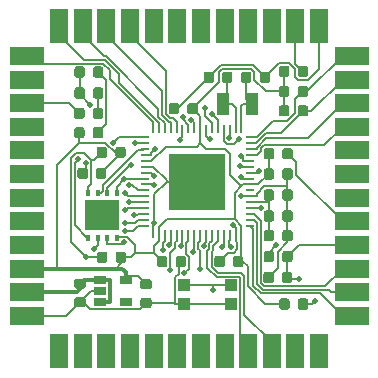
<source format=gbr>
G04 #@! TF.GenerationSoftware,KiCad,Pcbnew,(5.1.5-0-10_14)*
G04 #@! TF.CreationDate,2019-12-28T15:12:34-06:00*
G04 #@! TF.ProjectId,CircuitBrains Deluxe v1_3,43697263-7569-4744-9272-61696e732044,rev?*
G04 #@! TF.SameCoordinates,Original*
G04 #@! TF.FileFunction,Copper,L1,Top*
G04 #@! TF.FilePolarity,Positive*
%FSLAX46Y46*%
G04 Gerber Fmt 4.6, Leading zero omitted, Abs format (unit mm)*
G04 Created by KiCad (PCBNEW (5.1.5-0-10_14)) date 2019-12-28 15:12:34*
%MOMM*%
%LPD*%
G04 APERTURE LIST*
%ADD10R,4.699000X4.699000*%
%ADD11R,0.698500X0.218440*%
%ADD12R,0.218440X0.698500*%
%ADD13C,0.100000*%
%ADD14R,1.000000X1.000000*%
%ADD15R,1.060000X0.650000*%
%ADD16R,1.099820X1.899920*%
%ADD17R,1.500000X3.000000*%
%ADD18R,3.000000X1.500000*%
%ADD19R,0.300000X0.600000*%
%ADD20R,3.000000X2.600000*%
%ADD21C,1.400000*%
%ADD22C,0.508000*%
%ADD23C,0.152400*%
%ADD24C,0.300000*%
%ADD25C,0.200000*%
G04 APERTURE END LIST*
D10*
X100330000Y-100330000D03*
D11*
X104777540Y-96580960D03*
X104777540Y-97081340D03*
X104777540Y-97581720D03*
X104777540Y-98082100D03*
X104777540Y-98582480D03*
X104777540Y-99080320D03*
X104777540Y-99580700D03*
X104777540Y-100081080D03*
X104777540Y-100578920D03*
X104777540Y-101079300D03*
X104777540Y-101579680D03*
X104777540Y-102077520D03*
X104777540Y-102577900D03*
X104777540Y-103078280D03*
X104777540Y-103578660D03*
X104777540Y-104079040D03*
D12*
X104079040Y-104777540D03*
X103578660Y-104777540D03*
X103078280Y-104777540D03*
X102577900Y-104777540D03*
X102077520Y-104777540D03*
X101579680Y-104777540D03*
X101079300Y-104777540D03*
X100578920Y-104777540D03*
X100081080Y-104777540D03*
X99580700Y-104777540D03*
X99080320Y-104777540D03*
X98582480Y-104777540D03*
X98082100Y-104777540D03*
X97581720Y-104777540D03*
X97081340Y-104777540D03*
X96580960Y-104777540D03*
D11*
X95882460Y-104079040D03*
X95882460Y-103578660D03*
X95882460Y-103078280D03*
X95882460Y-102577900D03*
X95882460Y-102077520D03*
X95882460Y-101579680D03*
X95882460Y-101079300D03*
X95882460Y-100578920D03*
X95882460Y-100081080D03*
X95882460Y-99580700D03*
X95882460Y-99080320D03*
X95882460Y-98582480D03*
X95882460Y-98082100D03*
X95882460Y-97581720D03*
X95882460Y-97081340D03*
X95882460Y-96580960D03*
D12*
X96580960Y-95882460D03*
X97081340Y-95882460D03*
X97581720Y-95882460D03*
X98082100Y-95882460D03*
X98582480Y-95882460D03*
X99080320Y-95882460D03*
X99580700Y-95882460D03*
X100081080Y-95882460D03*
X100578920Y-95882460D03*
X101079300Y-95882460D03*
X101579680Y-95882460D03*
X102077520Y-95882460D03*
X102577900Y-95882460D03*
X103078280Y-95882460D03*
X103578660Y-95882460D03*
X104079040Y-95882460D03*
G04 #@! TA.AperFunction,SMDPad,CuDef*
D13*
G36*
X101544691Y-91029553D02*
G01*
X101565926Y-91032703D01*
X101586750Y-91037919D01*
X101606962Y-91045151D01*
X101626368Y-91054330D01*
X101644781Y-91065366D01*
X101662024Y-91078154D01*
X101677930Y-91092570D01*
X101692346Y-91108476D01*
X101705134Y-91125719D01*
X101716170Y-91144132D01*
X101725349Y-91163538D01*
X101732581Y-91183750D01*
X101737797Y-91204574D01*
X101740947Y-91225809D01*
X101742000Y-91247250D01*
X101742000Y-91759750D01*
X101740947Y-91781191D01*
X101737797Y-91802426D01*
X101732581Y-91823250D01*
X101725349Y-91843462D01*
X101716170Y-91862868D01*
X101705134Y-91881281D01*
X101692346Y-91898524D01*
X101677930Y-91914430D01*
X101662024Y-91928846D01*
X101644781Y-91941634D01*
X101626368Y-91952670D01*
X101606962Y-91961849D01*
X101586750Y-91969081D01*
X101565926Y-91974297D01*
X101544691Y-91977447D01*
X101523250Y-91978500D01*
X101085750Y-91978500D01*
X101064309Y-91977447D01*
X101043074Y-91974297D01*
X101022250Y-91969081D01*
X101002038Y-91961849D01*
X100982632Y-91952670D01*
X100964219Y-91941634D01*
X100946976Y-91928846D01*
X100931070Y-91914430D01*
X100916654Y-91898524D01*
X100903866Y-91881281D01*
X100892830Y-91862868D01*
X100883651Y-91843462D01*
X100876419Y-91823250D01*
X100871203Y-91802426D01*
X100868053Y-91781191D01*
X100867000Y-91759750D01*
X100867000Y-91247250D01*
X100868053Y-91225809D01*
X100871203Y-91204574D01*
X100876419Y-91183750D01*
X100883651Y-91163538D01*
X100892830Y-91144132D01*
X100903866Y-91125719D01*
X100916654Y-91108476D01*
X100931070Y-91092570D01*
X100946976Y-91078154D01*
X100964219Y-91065366D01*
X100982632Y-91054330D01*
X101002038Y-91045151D01*
X101022250Y-91037919D01*
X101043074Y-91032703D01*
X101064309Y-91029553D01*
X101085750Y-91028500D01*
X101523250Y-91028500D01*
X101544691Y-91029553D01*
G37*
G04 #@! TD.AperFunction*
G04 #@! TA.AperFunction,SMDPad,CuDef*
G36*
X103119691Y-91029553D02*
G01*
X103140926Y-91032703D01*
X103161750Y-91037919D01*
X103181962Y-91045151D01*
X103201368Y-91054330D01*
X103219781Y-91065366D01*
X103237024Y-91078154D01*
X103252930Y-91092570D01*
X103267346Y-91108476D01*
X103280134Y-91125719D01*
X103291170Y-91144132D01*
X103300349Y-91163538D01*
X103307581Y-91183750D01*
X103312797Y-91204574D01*
X103315947Y-91225809D01*
X103317000Y-91247250D01*
X103317000Y-91759750D01*
X103315947Y-91781191D01*
X103312797Y-91802426D01*
X103307581Y-91823250D01*
X103300349Y-91843462D01*
X103291170Y-91862868D01*
X103280134Y-91881281D01*
X103267346Y-91898524D01*
X103252930Y-91914430D01*
X103237024Y-91928846D01*
X103219781Y-91941634D01*
X103201368Y-91952670D01*
X103181962Y-91961849D01*
X103161750Y-91969081D01*
X103140926Y-91974297D01*
X103119691Y-91977447D01*
X103098250Y-91978500D01*
X102660750Y-91978500D01*
X102639309Y-91977447D01*
X102618074Y-91974297D01*
X102597250Y-91969081D01*
X102577038Y-91961849D01*
X102557632Y-91952670D01*
X102539219Y-91941634D01*
X102521976Y-91928846D01*
X102506070Y-91914430D01*
X102491654Y-91898524D01*
X102478866Y-91881281D01*
X102467830Y-91862868D01*
X102458651Y-91843462D01*
X102451419Y-91823250D01*
X102446203Y-91802426D01*
X102443053Y-91781191D01*
X102442000Y-91759750D01*
X102442000Y-91247250D01*
X102443053Y-91225809D01*
X102446203Y-91204574D01*
X102451419Y-91183750D01*
X102458651Y-91163538D01*
X102467830Y-91144132D01*
X102478866Y-91125719D01*
X102491654Y-91108476D01*
X102506070Y-91092570D01*
X102521976Y-91078154D01*
X102539219Y-91065366D01*
X102557632Y-91054330D01*
X102577038Y-91045151D01*
X102597250Y-91037919D01*
X102618074Y-91032703D01*
X102639309Y-91029553D01*
X102660750Y-91028500D01*
X103098250Y-91028500D01*
X103119691Y-91029553D01*
G37*
G04 #@! TD.AperFunction*
G04 #@! TA.AperFunction,SMDPad,CuDef*
G36*
X104719691Y-91029553D02*
G01*
X104740926Y-91032703D01*
X104761750Y-91037919D01*
X104781962Y-91045151D01*
X104801368Y-91054330D01*
X104819781Y-91065366D01*
X104837024Y-91078154D01*
X104852930Y-91092570D01*
X104867346Y-91108476D01*
X104880134Y-91125719D01*
X104891170Y-91144132D01*
X104900349Y-91163538D01*
X104907581Y-91183750D01*
X104912797Y-91204574D01*
X104915947Y-91225809D01*
X104917000Y-91247250D01*
X104917000Y-91759750D01*
X104915947Y-91781191D01*
X104912797Y-91802426D01*
X104907581Y-91823250D01*
X104900349Y-91843462D01*
X104891170Y-91862868D01*
X104880134Y-91881281D01*
X104867346Y-91898524D01*
X104852930Y-91914430D01*
X104837024Y-91928846D01*
X104819781Y-91941634D01*
X104801368Y-91952670D01*
X104781962Y-91961849D01*
X104761750Y-91969081D01*
X104740926Y-91974297D01*
X104719691Y-91977447D01*
X104698250Y-91978500D01*
X104260750Y-91978500D01*
X104239309Y-91977447D01*
X104218074Y-91974297D01*
X104197250Y-91969081D01*
X104177038Y-91961849D01*
X104157632Y-91952670D01*
X104139219Y-91941634D01*
X104121976Y-91928846D01*
X104106070Y-91914430D01*
X104091654Y-91898524D01*
X104078866Y-91881281D01*
X104067830Y-91862868D01*
X104058651Y-91843462D01*
X104051419Y-91823250D01*
X104046203Y-91802426D01*
X104043053Y-91781191D01*
X104042000Y-91759750D01*
X104042000Y-91247250D01*
X104043053Y-91225809D01*
X104046203Y-91204574D01*
X104051419Y-91183750D01*
X104058651Y-91163538D01*
X104067830Y-91144132D01*
X104078866Y-91125719D01*
X104091654Y-91108476D01*
X104106070Y-91092570D01*
X104121976Y-91078154D01*
X104139219Y-91065366D01*
X104157632Y-91054330D01*
X104177038Y-91045151D01*
X104197250Y-91037919D01*
X104218074Y-91032703D01*
X104239309Y-91029553D01*
X104260750Y-91028500D01*
X104698250Y-91028500D01*
X104719691Y-91029553D01*
G37*
G04 #@! TD.AperFunction*
G04 #@! TA.AperFunction,SMDPad,CuDef*
G36*
X106294691Y-91029553D02*
G01*
X106315926Y-91032703D01*
X106336750Y-91037919D01*
X106356962Y-91045151D01*
X106376368Y-91054330D01*
X106394781Y-91065366D01*
X106412024Y-91078154D01*
X106427930Y-91092570D01*
X106442346Y-91108476D01*
X106455134Y-91125719D01*
X106466170Y-91144132D01*
X106475349Y-91163538D01*
X106482581Y-91183750D01*
X106487797Y-91204574D01*
X106490947Y-91225809D01*
X106492000Y-91247250D01*
X106492000Y-91759750D01*
X106490947Y-91781191D01*
X106487797Y-91802426D01*
X106482581Y-91823250D01*
X106475349Y-91843462D01*
X106466170Y-91862868D01*
X106455134Y-91881281D01*
X106442346Y-91898524D01*
X106427930Y-91914430D01*
X106412024Y-91928846D01*
X106394781Y-91941634D01*
X106376368Y-91952670D01*
X106356962Y-91961849D01*
X106336750Y-91969081D01*
X106315926Y-91974297D01*
X106294691Y-91977447D01*
X106273250Y-91978500D01*
X105835750Y-91978500D01*
X105814309Y-91977447D01*
X105793074Y-91974297D01*
X105772250Y-91969081D01*
X105752038Y-91961849D01*
X105732632Y-91952670D01*
X105714219Y-91941634D01*
X105696976Y-91928846D01*
X105681070Y-91914430D01*
X105666654Y-91898524D01*
X105653866Y-91881281D01*
X105642830Y-91862868D01*
X105633651Y-91843462D01*
X105626419Y-91823250D01*
X105621203Y-91802426D01*
X105618053Y-91781191D01*
X105617000Y-91759750D01*
X105617000Y-91247250D01*
X105618053Y-91225809D01*
X105621203Y-91204574D01*
X105626419Y-91183750D01*
X105633651Y-91163538D01*
X105642830Y-91144132D01*
X105653866Y-91125719D01*
X105666654Y-91108476D01*
X105681070Y-91092570D01*
X105696976Y-91078154D01*
X105714219Y-91065366D01*
X105732632Y-91054330D01*
X105752038Y-91045151D01*
X105772250Y-91037919D01*
X105793074Y-91032703D01*
X105814309Y-91029553D01*
X105835750Y-91028500D01*
X106273250Y-91028500D01*
X106294691Y-91029553D01*
G37*
G04 #@! TD.AperFunction*
G04 #@! TA.AperFunction,SMDPad,CuDef*
G36*
X108183691Y-107984053D02*
G01*
X108204926Y-107987203D01*
X108225750Y-107992419D01*
X108245962Y-107999651D01*
X108265368Y-108008830D01*
X108283781Y-108019866D01*
X108301024Y-108032654D01*
X108316930Y-108047070D01*
X108331346Y-108062976D01*
X108344134Y-108080219D01*
X108355170Y-108098632D01*
X108364349Y-108118038D01*
X108371581Y-108138250D01*
X108376797Y-108159074D01*
X108379947Y-108180309D01*
X108381000Y-108201750D01*
X108381000Y-108714250D01*
X108379947Y-108735691D01*
X108376797Y-108756926D01*
X108371581Y-108777750D01*
X108364349Y-108797962D01*
X108355170Y-108817368D01*
X108344134Y-108835781D01*
X108331346Y-108853024D01*
X108316930Y-108868930D01*
X108301024Y-108883346D01*
X108283781Y-108896134D01*
X108265368Y-108907170D01*
X108245962Y-108916349D01*
X108225750Y-108923581D01*
X108204926Y-108928797D01*
X108183691Y-108931947D01*
X108162250Y-108933000D01*
X107724750Y-108933000D01*
X107703309Y-108931947D01*
X107682074Y-108928797D01*
X107661250Y-108923581D01*
X107641038Y-108916349D01*
X107621632Y-108907170D01*
X107603219Y-108896134D01*
X107585976Y-108883346D01*
X107570070Y-108868930D01*
X107555654Y-108853024D01*
X107542866Y-108835781D01*
X107531830Y-108817368D01*
X107522651Y-108797962D01*
X107515419Y-108777750D01*
X107510203Y-108756926D01*
X107507053Y-108735691D01*
X107506000Y-108714250D01*
X107506000Y-108201750D01*
X107507053Y-108180309D01*
X107510203Y-108159074D01*
X107515419Y-108138250D01*
X107522651Y-108118038D01*
X107531830Y-108098632D01*
X107542866Y-108080219D01*
X107555654Y-108062976D01*
X107570070Y-108047070D01*
X107585976Y-108032654D01*
X107603219Y-108019866D01*
X107621632Y-108008830D01*
X107641038Y-107999651D01*
X107661250Y-107992419D01*
X107682074Y-107987203D01*
X107703309Y-107984053D01*
X107724750Y-107983000D01*
X108162250Y-107983000D01*
X108183691Y-107984053D01*
G37*
G04 #@! TD.AperFunction*
G04 #@! TA.AperFunction,SMDPad,CuDef*
G36*
X106608691Y-107984053D02*
G01*
X106629926Y-107987203D01*
X106650750Y-107992419D01*
X106670962Y-107999651D01*
X106690368Y-108008830D01*
X106708781Y-108019866D01*
X106726024Y-108032654D01*
X106741930Y-108047070D01*
X106756346Y-108062976D01*
X106769134Y-108080219D01*
X106780170Y-108098632D01*
X106789349Y-108118038D01*
X106796581Y-108138250D01*
X106801797Y-108159074D01*
X106804947Y-108180309D01*
X106806000Y-108201750D01*
X106806000Y-108714250D01*
X106804947Y-108735691D01*
X106801797Y-108756926D01*
X106796581Y-108777750D01*
X106789349Y-108797962D01*
X106780170Y-108817368D01*
X106769134Y-108835781D01*
X106756346Y-108853024D01*
X106741930Y-108868930D01*
X106726024Y-108883346D01*
X106708781Y-108896134D01*
X106690368Y-108907170D01*
X106670962Y-108916349D01*
X106650750Y-108923581D01*
X106629926Y-108928797D01*
X106608691Y-108931947D01*
X106587250Y-108933000D01*
X106149750Y-108933000D01*
X106128309Y-108931947D01*
X106107074Y-108928797D01*
X106086250Y-108923581D01*
X106066038Y-108916349D01*
X106046632Y-108907170D01*
X106028219Y-108896134D01*
X106010976Y-108883346D01*
X105995070Y-108868930D01*
X105980654Y-108853024D01*
X105967866Y-108835781D01*
X105956830Y-108817368D01*
X105947651Y-108797962D01*
X105940419Y-108777750D01*
X105935203Y-108756926D01*
X105932053Y-108735691D01*
X105931000Y-108714250D01*
X105931000Y-108201750D01*
X105932053Y-108180309D01*
X105935203Y-108159074D01*
X105940419Y-108138250D01*
X105947651Y-108118038D01*
X105956830Y-108098632D01*
X105967866Y-108080219D01*
X105980654Y-108062976D01*
X105995070Y-108047070D01*
X106010976Y-108032654D01*
X106028219Y-108019866D01*
X106046632Y-108008830D01*
X106066038Y-107999651D01*
X106086250Y-107992419D01*
X106107074Y-107987203D01*
X106128309Y-107984053D01*
X106149750Y-107983000D01*
X106587250Y-107983000D01*
X106608691Y-107984053D01*
G37*
G04 #@! TD.AperFunction*
G04 #@! TA.AperFunction,SMDPad,CuDef*
G36*
X90685691Y-110117053D02*
G01*
X90706926Y-110120203D01*
X90727750Y-110125419D01*
X90747962Y-110132651D01*
X90767368Y-110141830D01*
X90785781Y-110152866D01*
X90803024Y-110165654D01*
X90818930Y-110180070D01*
X90833346Y-110195976D01*
X90846134Y-110213219D01*
X90857170Y-110231632D01*
X90866349Y-110251038D01*
X90873581Y-110271250D01*
X90878797Y-110292074D01*
X90881947Y-110313309D01*
X90883000Y-110334750D01*
X90883000Y-110772250D01*
X90881947Y-110793691D01*
X90878797Y-110814926D01*
X90873581Y-110835750D01*
X90866349Y-110855962D01*
X90857170Y-110875368D01*
X90846134Y-110893781D01*
X90833346Y-110911024D01*
X90818930Y-110926930D01*
X90803024Y-110941346D01*
X90785781Y-110954134D01*
X90767368Y-110965170D01*
X90747962Y-110974349D01*
X90727750Y-110981581D01*
X90706926Y-110986797D01*
X90685691Y-110989947D01*
X90664250Y-110991000D01*
X90151750Y-110991000D01*
X90130309Y-110989947D01*
X90109074Y-110986797D01*
X90088250Y-110981581D01*
X90068038Y-110974349D01*
X90048632Y-110965170D01*
X90030219Y-110954134D01*
X90012976Y-110941346D01*
X89997070Y-110926930D01*
X89982654Y-110911024D01*
X89969866Y-110893781D01*
X89958830Y-110875368D01*
X89949651Y-110855962D01*
X89942419Y-110835750D01*
X89937203Y-110814926D01*
X89934053Y-110793691D01*
X89933000Y-110772250D01*
X89933000Y-110334750D01*
X89934053Y-110313309D01*
X89937203Y-110292074D01*
X89942419Y-110271250D01*
X89949651Y-110251038D01*
X89958830Y-110231632D01*
X89969866Y-110213219D01*
X89982654Y-110195976D01*
X89997070Y-110180070D01*
X90012976Y-110165654D01*
X90030219Y-110152866D01*
X90048632Y-110141830D01*
X90068038Y-110132651D01*
X90088250Y-110125419D01*
X90109074Y-110120203D01*
X90130309Y-110117053D01*
X90151750Y-110116000D01*
X90664250Y-110116000D01*
X90685691Y-110117053D01*
G37*
G04 #@! TD.AperFunction*
G04 #@! TA.AperFunction,SMDPad,CuDef*
G36*
X90685691Y-108542053D02*
G01*
X90706926Y-108545203D01*
X90727750Y-108550419D01*
X90747962Y-108557651D01*
X90767368Y-108566830D01*
X90785781Y-108577866D01*
X90803024Y-108590654D01*
X90818930Y-108605070D01*
X90833346Y-108620976D01*
X90846134Y-108638219D01*
X90857170Y-108656632D01*
X90866349Y-108676038D01*
X90873581Y-108696250D01*
X90878797Y-108717074D01*
X90881947Y-108738309D01*
X90883000Y-108759750D01*
X90883000Y-109197250D01*
X90881947Y-109218691D01*
X90878797Y-109239926D01*
X90873581Y-109260750D01*
X90866349Y-109280962D01*
X90857170Y-109300368D01*
X90846134Y-109318781D01*
X90833346Y-109336024D01*
X90818930Y-109351930D01*
X90803024Y-109366346D01*
X90785781Y-109379134D01*
X90767368Y-109390170D01*
X90747962Y-109399349D01*
X90727750Y-109406581D01*
X90706926Y-109411797D01*
X90685691Y-109414947D01*
X90664250Y-109416000D01*
X90151750Y-109416000D01*
X90130309Y-109414947D01*
X90109074Y-109411797D01*
X90088250Y-109406581D01*
X90068038Y-109399349D01*
X90048632Y-109390170D01*
X90030219Y-109379134D01*
X90012976Y-109366346D01*
X89997070Y-109351930D01*
X89982654Y-109336024D01*
X89969866Y-109318781D01*
X89958830Y-109300368D01*
X89949651Y-109280962D01*
X89942419Y-109260750D01*
X89937203Y-109239926D01*
X89934053Y-109218691D01*
X89933000Y-109197250D01*
X89933000Y-108759750D01*
X89934053Y-108738309D01*
X89937203Y-108717074D01*
X89942419Y-108696250D01*
X89949651Y-108676038D01*
X89958830Y-108656632D01*
X89969866Y-108638219D01*
X89982654Y-108620976D01*
X89997070Y-108605070D01*
X90012976Y-108590654D01*
X90030219Y-108577866D01*
X90048632Y-108566830D01*
X90068038Y-108557651D01*
X90088250Y-108550419D01*
X90109074Y-108545203D01*
X90130309Y-108542053D01*
X90151750Y-108541000D01*
X90664250Y-108541000D01*
X90685691Y-108542053D01*
G37*
G04 #@! TD.AperFunction*
G04 #@! TA.AperFunction,SMDPad,CuDef*
G36*
X92527691Y-106270053D02*
G01*
X92548926Y-106273203D01*
X92569750Y-106278419D01*
X92589962Y-106285651D01*
X92609368Y-106294830D01*
X92627781Y-106305866D01*
X92645024Y-106318654D01*
X92660930Y-106333070D01*
X92675346Y-106348976D01*
X92688134Y-106366219D01*
X92699170Y-106384632D01*
X92708349Y-106404038D01*
X92715581Y-106424250D01*
X92720797Y-106445074D01*
X92723947Y-106466309D01*
X92725000Y-106487750D01*
X92725000Y-107000250D01*
X92723947Y-107021691D01*
X92720797Y-107042926D01*
X92715581Y-107063750D01*
X92708349Y-107083962D01*
X92699170Y-107103368D01*
X92688134Y-107121781D01*
X92675346Y-107139024D01*
X92660930Y-107154930D01*
X92645024Y-107169346D01*
X92627781Y-107182134D01*
X92609368Y-107193170D01*
X92589962Y-107202349D01*
X92569750Y-107209581D01*
X92548926Y-107214797D01*
X92527691Y-107217947D01*
X92506250Y-107219000D01*
X92068750Y-107219000D01*
X92047309Y-107217947D01*
X92026074Y-107214797D01*
X92005250Y-107209581D01*
X91985038Y-107202349D01*
X91965632Y-107193170D01*
X91947219Y-107182134D01*
X91929976Y-107169346D01*
X91914070Y-107154930D01*
X91899654Y-107139024D01*
X91886866Y-107121781D01*
X91875830Y-107103368D01*
X91866651Y-107083962D01*
X91859419Y-107063750D01*
X91854203Y-107042926D01*
X91851053Y-107021691D01*
X91850000Y-107000250D01*
X91850000Y-106487750D01*
X91851053Y-106466309D01*
X91854203Y-106445074D01*
X91859419Y-106424250D01*
X91866651Y-106404038D01*
X91875830Y-106384632D01*
X91886866Y-106366219D01*
X91899654Y-106348976D01*
X91914070Y-106333070D01*
X91929976Y-106318654D01*
X91947219Y-106305866D01*
X91965632Y-106294830D01*
X91985038Y-106285651D01*
X92005250Y-106278419D01*
X92026074Y-106273203D01*
X92047309Y-106270053D01*
X92068750Y-106269000D01*
X92506250Y-106269000D01*
X92527691Y-106270053D01*
G37*
G04 #@! TD.AperFunction*
G04 #@! TA.AperFunction,SMDPad,CuDef*
G36*
X94102691Y-106270053D02*
G01*
X94123926Y-106273203D01*
X94144750Y-106278419D01*
X94164962Y-106285651D01*
X94184368Y-106294830D01*
X94202781Y-106305866D01*
X94220024Y-106318654D01*
X94235930Y-106333070D01*
X94250346Y-106348976D01*
X94263134Y-106366219D01*
X94274170Y-106384632D01*
X94283349Y-106404038D01*
X94290581Y-106424250D01*
X94295797Y-106445074D01*
X94298947Y-106466309D01*
X94300000Y-106487750D01*
X94300000Y-107000250D01*
X94298947Y-107021691D01*
X94295797Y-107042926D01*
X94290581Y-107063750D01*
X94283349Y-107083962D01*
X94274170Y-107103368D01*
X94263134Y-107121781D01*
X94250346Y-107139024D01*
X94235930Y-107154930D01*
X94220024Y-107169346D01*
X94202781Y-107182134D01*
X94184368Y-107193170D01*
X94164962Y-107202349D01*
X94144750Y-107209581D01*
X94123926Y-107214797D01*
X94102691Y-107217947D01*
X94081250Y-107219000D01*
X93643750Y-107219000D01*
X93622309Y-107217947D01*
X93601074Y-107214797D01*
X93580250Y-107209581D01*
X93560038Y-107202349D01*
X93540632Y-107193170D01*
X93522219Y-107182134D01*
X93504976Y-107169346D01*
X93489070Y-107154930D01*
X93474654Y-107139024D01*
X93461866Y-107121781D01*
X93450830Y-107103368D01*
X93441651Y-107083962D01*
X93434419Y-107063750D01*
X93429203Y-107042926D01*
X93426053Y-107021691D01*
X93425000Y-107000250D01*
X93425000Y-106487750D01*
X93426053Y-106466309D01*
X93429203Y-106445074D01*
X93434419Y-106424250D01*
X93441651Y-106404038D01*
X93450830Y-106384632D01*
X93461866Y-106366219D01*
X93474654Y-106348976D01*
X93489070Y-106333070D01*
X93504976Y-106318654D01*
X93522219Y-106305866D01*
X93540632Y-106294830D01*
X93560038Y-106285651D01*
X93580250Y-106278419D01*
X93601074Y-106273203D01*
X93622309Y-106270053D01*
X93643750Y-106269000D01*
X94081250Y-106269000D01*
X94102691Y-106270053D01*
G37*
G04 #@! TD.AperFunction*
G04 #@! TA.AperFunction,SMDPad,CuDef*
G36*
X106640691Y-104428053D02*
G01*
X106661926Y-104431203D01*
X106682750Y-104436419D01*
X106702962Y-104443651D01*
X106722368Y-104452830D01*
X106740781Y-104463866D01*
X106758024Y-104476654D01*
X106773930Y-104491070D01*
X106788346Y-104506976D01*
X106801134Y-104524219D01*
X106812170Y-104542632D01*
X106821349Y-104562038D01*
X106828581Y-104582250D01*
X106833797Y-104603074D01*
X106836947Y-104624309D01*
X106838000Y-104645750D01*
X106838000Y-105158250D01*
X106836947Y-105179691D01*
X106833797Y-105200926D01*
X106828581Y-105221750D01*
X106821349Y-105241962D01*
X106812170Y-105261368D01*
X106801134Y-105279781D01*
X106788346Y-105297024D01*
X106773930Y-105312930D01*
X106758024Y-105327346D01*
X106740781Y-105340134D01*
X106722368Y-105351170D01*
X106702962Y-105360349D01*
X106682750Y-105367581D01*
X106661926Y-105372797D01*
X106640691Y-105375947D01*
X106619250Y-105377000D01*
X106181750Y-105377000D01*
X106160309Y-105375947D01*
X106139074Y-105372797D01*
X106118250Y-105367581D01*
X106098038Y-105360349D01*
X106078632Y-105351170D01*
X106060219Y-105340134D01*
X106042976Y-105327346D01*
X106027070Y-105312930D01*
X106012654Y-105297024D01*
X105999866Y-105279781D01*
X105988830Y-105261368D01*
X105979651Y-105241962D01*
X105972419Y-105221750D01*
X105967203Y-105200926D01*
X105964053Y-105179691D01*
X105963000Y-105158250D01*
X105963000Y-104645750D01*
X105964053Y-104624309D01*
X105967203Y-104603074D01*
X105972419Y-104582250D01*
X105979651Y-104562038D01*
X105988830Y-104542632D01*
X105999866Y-104524219D01*
X106012654Y-104506976D01*
X106027070Y-104491070D01*
X106042976Y-104476654D01*
X106060219Y-104463866D01*
X106078632Y-104452830D01*
X106098038Y-104443651D01*
X106118250Y-104436419D01*
X106139074Y-104431203D01*
X106160309Y-104428053D01*
X106181750Y-104427000D01*
X106619250Y-104427000D01*
X106640691Y-104428053D01*
G37*
G04 #@! TD.AperFunction*
G04 #@! TA.AperFunction,SMDPad,CuDef*
G36*
X108215691Y-104428053D02*
G01*
X108236926Y-104431203D01*
X108257750Y-104436419D01*
X108277962Y-104443651D01*
X108297368Y-104452830D01*
X108315781Y-104463866D01*
X108333024Y-104476654D01*
X108348930Y-104491070D01*
X108363346Y-104506976D01*
X108376134Y-104524219D01*
X108387170Y-104542632D01*
X108396349Y-104562038D01*
X108403581Y-104582250D01*
X108408797Y-104603074D01*
X108411947Y-104624309D01*
X108413000Y-104645750D01*
X108413000Y-105158250D01*
X108411947Y-105179691D01*
X108408797Y-105200926D01*
X108403581Y-105221750D01*
X108396349Y-105241962D01*
X108387170Y-105261368D01*
X108376134Y-105279781D01*
X108363346Y-105297024D01*
X108348930Y-105312930D01*
X108333024Y-105327346D01*
X108315781Y-105340134D01*
X108297368Y-105351170D01*
X108277962Y-105360349D01*
X108257750Y-105367581D01*
X108236926Y-105372797D01*
X108215691Y-105375947D01*
X108194250Y-105377000D01*
X107756750Y-105377000D01*
X107735309Y-105375947D01*
X107714074Y-105372797D01*
X107693250Y-105367581D01*
X107673038Y-105360349D01*
X107653632Y-105351170D01*
X107635219Y-105340134D01*
X107617976Y-105327346D01*
X107602070Y-105312930D01*
X107587654Y-105297024D01*
X107574866Y-105279781D01*
X107563830Y-105261368D01*
X107554651Y-105241962D01*
X107547419Y-105221750D01*
X107542203Y-105200926D01*
X107539053Y-105179691D01*
X107538000Y-105158250D01*
X107538000Y-104645750D01*
X107539053Y-104624309D01*
X107542203Y-104603074D01*
X107547419Y-104582250D01*
X107554651Y-104562038D01*
X107563830Y-104542632D01*
X107574866Y-104524219D01*
X107587654Y-104506976D01*
X107602070Y-104491070D01*
X107617976Y-104476654D01*
X107635219Y-104463866D01*
X107653632Y-104452830D01*
X107673038Y-104443651D01*
X107693250Y-104436419D01*
X107714074Y-104431203D01*
X107735309Y-104428053D01*
X107756750Y-104427000D01*
X108194250Y-104427000D01*
X108215691Y-104428053D01*
G37*
G04 #@! TD.AperFunction*
G04 #@! TA.AperFunction,SMDPad,CuDef*
G36*
X96273691Y-108593053D02*
G01*
X96294926Y-108596203D01*
X96315750Y-108601419D01*
X96335962Y-108608651D01*
X96355368Y-108617830D01*
X96373781Y-108628866D01*
X96391024Y-108641654D01*
X96406930Y-108656070D01*
X96421346Y-108671976D01*
X96434134Y-108689219D01*
X96445170Y-108707632D01*
X96454349Y-108727038D01*
X96461581Y-108747250D01*
X96466797Y-108768074D01*
X96469947Y-108789309D01*
X96471000Y-108810750D01*
X96471000Y-109248250D01*
X96469947Y-109269691D01*
X96466797Y-109290926D01*
X96461581Y-109311750D01*
X96454349Y-109331962D01*
X96445170Y-109351368D01*
X96434134Y-109369781D01*
X96421346Y-109387024D01*
X96406930Y-109402930D01*
X96391024Y-109417346D01*
X96373781Y-109430134D01*
X96355368Y-109441170D01*
X96335962Y-109450349D01*
X96315750Y-109457581D01*
X96294926Y-109462797D01*
X96273691Y-109465947D01*
X96252250Y-109467000D01*
X95739750Y-109467000D01*
X95718309Y-109465947D01*
X95697074Y-109462797D01*
X95676250Y-109457581D01*
X95656038Y-109450349D01*
X95636632Y-109441170D01*
X95618219Y-109430134D01*
X95600976Y-109417346D01*
X95585070Y-109402930D01*
X95570654Y-109387024D01*
X95557866Y-109369781D01*
X95546830Y-109351368D01*
X95537651Y-109331962D01*
X95530419Y-109311750D01*
X95525203Y-109290926D01*
X95522053Y-109269691D01*
X95521000Y-109248250D01*
X95521000Y-108810750D01*
X95522053Y-108789309D01*
X95525203Y-108768074D01*
X95530419Y-108747250D01*
X95537651Y-108727038D01*
X95546830Y-108707632D01*
X95557866Y-108689219D01*
X95570654Y-108671976D01*
X95585070Y-108656070D01*
X95600976Y-108641654D01*
X95618219Y-108628866D01*
X95636632Y-108617830D01*
X95656038Y-108608651D01*
X95676250Y-108601419D01*
X95697074Y-108596203D01*
X95718309Y-108593053D01*
X95739750Y-108592000D01*
X96252250Y-108592000D01*
X96273691Y-108593053D01*
G37*
G04 #@! TD.AperFunction*
G04 #@! TA.AperFunction,SMDPad,CuDef*
G36*
X96273691Y-110168053D02*
G01*
X96294926Y-110171203D01*
X96315750Y-110176419D01*
X96335962Y-110183651D01*
X96355368Y-110192830D01*
X96373781Y-110203866D01*
X96391024Y-110216654D01*
X96406930Y-110231070D01*
X96421346Y-110246976D01*
X96434134Y-110264219D01*
X96445170Y-110282632D01*
X96454349Y-110302038D01*
X96461581Y-110322250D01*
X96466797Y-110343074D01*
X96469947Y-110364309D01*
X96471000Y-110385750D01*
X96471000Y-110823250D01*
X96469947Y-110844691D01*
X96466797Y-110865926D01*
X96461581Y-110886750D01*
X96454349Y-110906962D01*
X96445170Y-110926368D01*
X96434134Y-110944781D01*
X96421346Y-110962024D01*
X96406930Y-110977930D01*
X96391024Y-110992346D01*
X96373781Y-111005134D01*
X96355368Y-111016170D01*
X96335962Y-111025349D01*
X96315750Y-111032581D01*
X96294926Y-111037797D01*
X96273691Y-111040947D01*
X96252250Y-111042000D01*
X95739750Y-111042000D01*
X95718309Y-111040947D01*
X95697074Y-111037797D01*
X95676250Y-111032581D01*
X95656038Y-111025349D01*
X95636632Y-111016170D01*
X95618219Y-111005134D01*
X95600976Y-110992346D01*
X95585070Y-110977930D01*
X95570654Y-110962024D01*
X95557866Y-110944781D01*
X95546830Y-110926368D01*
X95537651Y-110906962D01*
X95530419Y-110886750D01*
X95525203Y-110865926D01*
X95522053Y-110844691D01*
X95521000Y-110823250D01*
X95521000Y-110385750D01*
X95522053Y-110364309D01*
X95525203Y-110343074D01*
X95530419Y-110322250D01*
X95537651Y-110302038D01*
X95546830Y-110282632D01*
X95557866Y-110264219D01*
X95570654Y-110246976D01*
X95585070Y-110231070D01*
X95600976Y-110216654D01*
X95618219Y-110203866D01*
X95636632Y-110192830D01*
X95656038Y-110183651D01*
X95676250Y-110176419D01*
X95697074Y-110171203D01*
X95718309Y-110168053D01*
X95739750Y-110167000D01*
X96252250Y-110167000D01*
X96273691Y-110168053D01*
G37*
G04 #@! TD.AperFunction*
G04 #@! TA.AperFunction,SMDPad,CuDef*
G36*
X108215691Y-102777053D02*
G01*
X108236926Y-102780203D01*
X108257750Y-102785419D01*
X108277962Y-102792651D01*
X108297368Y-102801830D01*
X108315781Y-102812866D01*
X108333024Y-102825654D01*
X108348930Y-102840070D01*
X108363346Y-102855976D01*
X108376134Y-102873219D01*
X108387170Y-102891632D01*
X108396349Y-102911038D01*
X108403581Y-102931250D01*
X108408797Y-102952074D01*
X108411947Y-102973309D01*
X108413000Y-102994750D01*
X108413000Y-103507250D01*
X108411947Y-103528691D01*
X108408797Y-103549926D01*
X108403581Y-103570750D01*
X108396349Y-103590962D01*
X108387170Y-103610368D01*
X108376134Y-103628781D01*
X108363346Y-103646024D01*
X108348930Y-103661930D01*
X108333024Y-103676346D01*
X108315781Y-103689134D01*
X108297368Y-103700170D01*
X108277962Y-103709349D01*
X108257750Y-103716581D01*
X108236926Y-103721797D01*
X108215691Y-103724947D01*
X108194250Y-103726000D01*
X107756750Y-103726000D01*
X107735309Y-103724947D01*
X107714074Y-103721797D01*
X107693250Y-103716581D01*
X107673038Y-103709349D01*
X107653632Y-103700170D01*
X107635219Y-103689134D01*
X107617976Y-103676346D01*
X107602070Y-103661930D01*
X107587654Y-103646024D01*
X107574866Y-103628781D01*
X107563830Y-103610368D01*
X107554651Y-103590962D01*
X107547419Y-103570750D01*
X107542203Y-103549926D01*
X107539053Y-103528691D01*
X107538000Y-103507250D01*
X107538000Y-102994750D01*
X107539053Y-102973309D01*
X107542203Y-102952074D01*
X107547419Y-102931250D01*
X107554651Y-102911038D01*
X107563830Y-102891632D01*
X107574866Y-102873219D01*
X107587654Y-102855976D01*
X107602070Y-102840070D01*
X107617976Y-102825654D01*
X107635219Y-102812866D01*
X107653632Y-102801830D01*
X107673038Y-102792651D01*
X107693250Y-102785419D01*
X107714074Y-102780203D01*
X107735309Y-102777053D01*
X107756750Y-102776000D01*
X108194250Y-102776000D01*
X108215691Y-102777053D01*
G37*
G04 #@! TD.AperFunction*
G04 #@! TA.AperFunction,SMDPad,CuDef*
G36*
X106640691Y-102777053D02*
G01*
X106661926Y-102780203D01*
X106682750Y-102785419D01*
X106702962Y-102792651D01*
X106722368Y-102801830D01*
X106740781Y-102812866D01*
X106758024Y-102825654D01*
X106773930Y-102840070D01*
X106788346Y-102855976D01*
X106801134Y-102873219D01*
X106812170Y-102891632D01*
X106821349Y-102911038D01*
X106828581Y-102931250D01*
X106833797Y-102952074D01*
X106836947Y-102973309D01*
X106838000Y-102994750D01*
X106838000Y-103507250D01*
X106836947Y-103528691D01*
X106833797Y-103549926D01*
X106828581Y-103570750D01*
X106821349Y-103590962D01*
X106812170Y-103610368D01*
X106801134Y-103628781D01*
X106788346Y-103646024D01*
X106773930Y-103661930D01*
X106758024Y-103676346D01*
X106740781Y-103689134D01*
X106722368Y-103700170D01*
X106702962Y-103709349D01*
X106682750Y-103716581D01*
X106661926Y-103721797D01*
X106640691Y-103724947D01*
X106619250Y-103726000D01*
X106181750Y-103726000D01*
X106160309Y-103724947D01*
X106139074Y-103721797D01*
X106118250Y-103716581D01*
X106098038Y-103709349D01*
X106078632Y-103700170D01*
X106060219Y-103689134D01*
X106042976Y-103676346D01*
X106027070Y-103661930D01*
X106012654Y-103646024D01*
X105999866Y-103628781D01*
X105988830Y-103610368D01*
X105979651Y-103590962D01*
X105972419Y-103570750D01*
X105967203Y-103549926D01*
X105964053Y-103528691D01*
X105963000Y-103507250D01*
X105963000Y-102994750D01*
X105964053Y-102973309D01*
X105967203Y-102952074D01*
X105972419Y-102931250D01*
X105979651Y-102911038D01*
X105988830Y-102891632D01*
X105999866Y-102873219D01*
X106012654Y-102855976D01*
X106027070Y-102840070D01*
X106042976Y-102825654D01*
X106060219Y-102812866D01*
X106078632Y-102801830D01*
X106098038Y-102792651D01*
X106118250Y-102785419D01*
X106139074Y-102780203D01*
X106160309Y-102777053D01*
X106181750Y-102776000D01*
X106619250Y-102776000D01*
X106640691Y-102777053D01*
G37*
G04 #@! TD.AperFunction*
G04 #@! TA.AperFunction,SMDPad,CuDef*
G36*
X106640691Y-100999053D02*
G01*
X106661926Y-101002203D01*
X106682750Y-101007419D01*
X106702962Y-101014651D01*
X106722368Y-101023830D01*
X106740781Y-101034866D01*
X106758024Y-101047654D01*
X106773930Y-101062070D01*
X106788346Y-101077976D01*
X106801134Y-101095219D01*
X106812170Y-101113632D01*
X106821349Y-101133038D01*
X106828581Y-101153250D01*
X106833797Y-101174074D01*
X106836947Y-101195309D01*
X106838000Y-101216750D01*
X106838000Y-101729250D01*
X106836947Y-101750691D01*
X106833797Y-101771926D01*
X106828581Y-101792750D01*
X106821349Y-101812962D01*
X106812170Y-101832368D01*
X106801134Y-101850781D01*
X106788346Y-101868024D01*
X106773930Y-101883930D01*
X106758024Y-101898346D01*
X106740781Y-101911134D01*
X106722368Y-101922170D01*
X106702962Y-101931349D01*
X106682750Y-101938581D01*
X106661926Y-101943797D01*
X106640691Y-101946947D01*
X106619250Y-101948000D01*
X106181750Y-101948000D01*
X106160309Y-101946947D01*
X106139074Y-101943797D01*
X106118250Y-101938581D01*
X106098038Y-101931349D01*
X106078632Y-101922170D01*
X106060219Y-101911134D01*
X106042976Y-101898346D01*
X106027070Y-101883930D01*
X106012654Y-101868024D01*
X105999866Y-101850781D01*
X105988830Y-101832368D01*
X105979651Y-101812962D01*
X105972419Y-101792750D01*
X105967203Y-101771926D01*
X105964053Y-101750691D01*
X105963000Y-101729250D01*
X105963000Y-101216750D01*
X105964053Y-101195309D01*
X105967203Y-101174074D01*
X105972419Y-101153250D01*
X105979651Y-101133038D01*
X105988830Y-101113632D01*
X105999866Y-101095219D01*
X106012654Y-101077976D01*
X106027070Y-101062070D01*
X106042976Y-101047654D01*
X106060219Y-101034866D01*
X106078632Y-101023830D01*
X106098038Y-101014651D01*
X106118250Y-101007419D01*
X106139074Y-101002203D01*
X106160309Y-100999053D01*
X106181750Y-100998000D01*
X106619250Y-100998000D01*
X106640691Y-100999053D01*
G37*
G04 #@! TD.AperFunction*
G04 #@! TA.AperFunction,SMDPad,CuDef*
G36*
X108215691Y-100999053D02*
G01*
X108236926Y-101002203D01*
X108257750Y-101007419D01*
X108277962Y-101014651D01*
X108297368Y-101023830D01*
X108315781Y-101034866D01*
X108333024Y-101047654D01*
X108348930Y-101062070D01*
X108363346Y-101077976D01*
X108376134Y-101095219D01*
X108387170Y-101113632D01*
X108396349Y-101133038D01*
X108403581Y-101153250D01*
X108408797Y-101174074D01*
X108411947Y-101195309D01*
X108413000Y-101216750D01*
X108413000Y-101729250D01*
X108411947Y-101750691D01*
X108408797Y-101771926D01*
X108403581Y-101792750D01*
X108396349Y-101812962D01*
X108387170Y-101832368D01*
X108376134Y-101850781D01*
X108363346Y-101868024D01*
X108348930Y-101883930D01*
X108333024Y-101898346D01*
X108315781Y-101911134D01*
X108297368Y-101922170D01*
X108277962Y-101931349D01*
X108257750Y-101938581D01*
X108236926Y-101943797D01*
X108215691Y-101946947D01*
X108194250Y-101948000D01*
X107756750Y-101948000D01*
X107735309Y-101946947D01*
X107714074Y-101943797D01*
X107693250Y-101938581D01*
X107673038Y-101931349D01*
X107653632Y-101922170D01*
X107635219Y-101911134D01*
X107617976Y-101898346D01*
X107602070Y-101883930D01*
X107587654Y-101868024D01*
X107574866Y-101850781D01*
X107563830Y-101832368D01*
X107554651Y-101812962D01*
X107547419Y-101792750D01*
X107542203Y-101771926D01*
X107539053Y-101750691D01*
X107538000Y-101729250D01*
X107538000Y-101216750D01*
X107539053Y-101195309D01*
X107542203Y-101174074D01*
X107547419Y-101153250D01*
X107554651Y-101133038D01*
X107563830Y-101113632D01*
X107574866Y-101095219D01*
X107587654Y-101077976D01*
X107602070Y-101062070D01*
X107617976Y-101047654D01*
X107635219Y-101034866D01*
X107653632Y-101023830D01*
X107673038Y-101014651D01*
X107693250Y-101007419D01*
X107714074Y-101002203D01*
X107735309Y-100999053D01*
X107756750Y-100998000D01*
X108194250Y-100998000D01*
X108215691Y-100999053D01*
G37*
G04 #@! TD.AperFunction*
G04 #@! TA.AperFunction,SMDPad,CuDef*
G36*
X98598191Y-93696553D02*
G01*
X98619426Y-93699703D01*
X98640250Y-93704919D01*
X98660462Y-93712151D01*
X98679868Y-93721330D01*
X98698281Y-93732366D01*
X98715524Y-93745154D01*
X98731430Y-93759570D01*
X98745846Y-93775476D01*
X98758634Y-93792719D01*
X98769670Y-93811132D01*
X98778849Y-93830538D01*
X98786081Y-93850750D01*
X98791297Y-93871574D01*
X98794447Y-93892809D01*
X98795500Y-93914250D01*
X98795500Y-94426750D01*
X98794447Y-94448191D01*
X98791297Y-94469426D01*
X98786081Y-94490250D01*
X98778849Y-94510462D01*
X98769670Y-94529868D01*
X98758634Y-94548281D01*
X98745846Y-94565524D01*
X98731430Y-94581430D01*
X98715524Y-94595846D01*
X98698281Y-94608634D01*
X98679868Y-94619670D01*
X98660462Y-94628849D01*
X98640250Y-94636081D01*
X98619426Y-94641297D01*
X98598191Y-94644447D01*
X98576750Y-94645500D01*
X98139250Y-94645500D01*
X98117809Y-94644447D01*
X98096574Y-94641297D01*
X98075750Y-94636081D01*
X98055538Y-94628849D01*
X98036132Y-94619670D01*
X98017719Y-94608634D01*
X98000476Y-94595846D01*
X97984570Y-94581430D01*
X97970154Y-94565524D01*
X97957366Y-94548281D01*
X97946330Y-94529868D01*
X97937151Y-94510462D01*
X97929919Y-94490250D01*
X97924703Y-94469426D01*
X97921553Y-94448191D01*
X97920500Y-94426750D01*
X97920500Y-93914250D01*
X97921553Y-93892809D01*
X97924703Y-93871574D01*
X97929919Y-93850750D01*
X97937151Y-93830538D01*
X97946330Y-93811132D01*
X97957366Y-93792719D01*
X97970154Y-93775476D01*
X97984570Y-93759570D01*
X98000476Y-93745154D01*
X98017719Y-93732366D01*
X98036132Y-93721330D01*
X98055538Y-93712151D01*
X98075750Y-93704919D01*
X98096574Y-93699703D01*
X98117809Y-93696553D01*
X98139250Y-93695500D01*
X98576750Y-93695500D01*
X98598191Y-93696553D01*
G37*
G04 #@! TD.AperFunction*
G04 #@! TA.AperFunction,SMDPad,CuDef*
G36*
X100173191Y-93696553D02*
G01*
X100194426Y-93699703D01*
X100215250Y-93704919D01*
X100235462Y-93712151D01*
X100254868Y-93721330D01*
X100273281Y-93732366D01*
X100290524Y-93745154D01*
X100306430Y-93759570D01*
X100320846Y-93775476D01*
X100333634Y-93792719D01*
X100344670Y-93811132D01*
X100353849Y-93830538D01*
X100361081Y-93850750D01*
X100366297Y-93871574D01*
X100369447Y-93892809D01*
X100370500Y-93914250D01*
X100370500Y-94426750D01*
X100369447Y-94448191D01*
X100366297Y-94469426D01*
X100361081Y-94490250D01*
X100353849Y-94510462D01*
X100344670Y-94529868D01*
X100333634Y-94548281D01*
X100320846Y-94565524D01*
X100306430Y-94581430D01*
X100290524Y-94595846D01*
X100273281Y-94608634D01*
X100254868Y-94619670D01*
X100235462Y-94628849D01*
X100215250Y-94636081D01*
X100194426Y-94641297D01*
X100173191Y-94644447D01*
X100151750Y-94645500D01*
X99714250Y-94645500D01*
X99692809Y-94644447D01*
X99671574Y-94641297D01*
X99650750Y-94636081D01*
X99630538Y-94628849D01*
X99611132Y-94619670D01*
X99592719Y-94608634D01*
X99575476Y-94595846D01*
X99559570Y-94581430D01*
X99545154Y-94565524D01*
X99532366Y-94548281D01*
X99521330Y-94529868D01*
X99512151Y-94510462D01*
X99504919Y-94490250D01*
X99499703Y-94469426D01*
X99496553Y-94448191D01*
X99495500Y-94426750D01*
X99495500Y-93914250D01*
X99496553Y-93892809D01*
X99499703Y-93871574D01*
X99504919Y-93850750D01*
X99512151Y-93830538D01*
X99521330Y-93811132D01*
X99532366Y-93792719D01*
X99545154Y-93775476D01*
X99559570Y-93759570D01*
X99575476Y-93745154D01*
X99592719Y-93732366D01*
X99611132Y-93721330D01*
X99630538Y-93712151D01*
X99650750Y-93704919D01*
X99671574Y-93699703D01*
X99692809Y-93696553D01*
X99714250Y-93695500D01*
X100151750Y-93695500D01*
X100173191Y-93696553D01*
G37*
G04 #@! TD.AperFunction*
G04 #@! TA.AperFunction,SMDPad,CuDef*
G36*
X94077191Y-97379553D02*
G01*
X94098426Y-97382703D01*
X94119250Y-97387919D01*
X94139462Y-97395151D01*
X94158868Y-97404330D01*
X94177281Y-97415366D01*
X94194524Y-97428154D01*
X94210430Y-97442570D01*
X94224846Y-97458476D01*
X94237634Y-97475719D01*
X94248670Y-97494132D01*
X94257849Y-97513538D01*
X94265081Y-97533750D01*
X94270297Y-97554574D01*
X94273447Y-97575809D01*
X94274500Y-97597250D01*
X94274500Y-98109750D01*
X94273447Y-98131191D01*
X94270297Y-98152426D01*
X94265081Y-98173250D01*
X94257849Y-98193462D01*
X94248670Y-98212868D01*
X94237634Y-98231281D01*
X94224846Y-98248524D01*
X94210430Y-98264430D01*
X94194524Y-98278846D01*
X94177281Y-98291634D01*
X94158868Y-98302670D01*
X94139462Y-98311849D01*
X94119250Y-98319081D01*
X94098426Y-98324297D01*
X94077191Y-98327447D01*
X94055750Y-98328500D01*
X93618250Y-98328500D01*
X93596809Y-98327447D01*
X93575574Y-98324297D01*
X93554750Y-98319081D01*
X93534538Y-98311849D01*
X93515132Y-98302670D01*
X93496719Y-98291634D01*
X93479476Y-98278846D01*
X93463570Y-98264430D01*
X93449154Y-98248524D01*
X93436366Y-98231281D01*
X93425330Y-98212868D01*
X93416151Y-98193462D01*
X93408919Y-98173250D01*
X93403703Y-98152426D01*
X93400553Y-98131191D01*
X93399500Y-98109750D01*
X93399500Y-97597250D01*
X93400553Y-97575809D01*
X93403703Y-97554574D01*
X93408919Y-97533750D01*
X93416151Y-97513538D01*
X93425330Y-97494132D01*
X93436366Y-97475719D01*
X93449154Y-97458476D01*
X93463570Y-97442570D01*
X93479476Y-97428154D01*
X93496719Y-97415366D01*
X93515132Y-97404330D01*
X93534538Y-97395151D01*
X93554750Y-97387919D01*
X93575574Y-97382703D01*
X93596809Y-97379553D01*
X93618250Y-97378500D01*
X94055750Y-97378500D01*
X94077191Y-97379553D01*
G37*
G04 #@! TD.AperFunction*
G04 #@! TA.AperFunction,SMDPad,CuDef*
G36*
X92502191Y-97379553D02*
G01*
X92523426Y-97382703D01*
X92544250Y-97387919D01*
X92564462Y-97395151D01*
X92583868Y-97404330D01*
X92602281Y-97415366D01*
X92619524Y-97428154D01*
X92635430Y-97442570D01*
X92649846Y-97458476D01*
X92662634Y-97475719D01*
X92673670Y-97494132D01*
X92682849Y-97513538D01*
X92690081Y-97533750D01*
X92695297Y-97554574D01*
X92698447Y-97575809D01*
X92699500Y-97597250D01*
X92699500Y-98109750D01*
X92698447Y-98131191D01*
X92695297Y-98152426D01*
X92690081Y-98173250D01*
X92682849Y-98193462D01*
X92673670Y-98212868D01*
X92662634Y-98231281D01*
X92649846Y-98248524D01*
X92635430Y-98264430D01*
X92619524Y-98278846D01*
X92602281Y-98291634D01*
X92583868Y-98302670D01*
X92564462Y-98311849D01*
X92544250Y-98319081D01*
X92523426Y-98324297D01*
X92502191Y-98327447D01*
X92480750Y-98328500D01*
X92043250Y-98328500D01*
X92021809Y-98327447D01*
X92000574Y-98324297D01*
X91979750Y-98319081D01*
X91959538Y-98311849D01*
X91940132Y-98302670D01*
X91921719Y-98291634D01*
X91904476Y-98278846D01*
X91888570Y-98264430D01*
X91874154Y-98248524D01*
X91861366Y-98231281D01*
X91850330Y-98212868D01*
X91841151Y-98193462D01*
X91833919Y-98173250D01*
X91828703Y-98152426D01*
X91825553Y-98131191D01*
X91824500Y-98109750D01*
X91824500Y-97597250D01*
X91825553Y-97575809D01*
X91828703Y-97554574D01*
X91833919Y-97533750D01*
X91841151Y-97513538D01*
X91850330Y-97494132D01*
X91861366Y-97475719D01*
X91874154Y-97458476D01*
X91888570Y-97442570D01*
X91904476Y-97428154D01*
X91921719Y-97415366D01*
X91940132Y-97404330D01*
X91959538Y-97395151D01*
X91979750Y-97387919D01*
X92000574Y-97382703D01*
X92021809Y-97379553D01*
X92043250Y-97378500D01*
X92480750Y-97378500D01*
X92502191Y-97379553D01*
G37*
G04 #@! TD.AperFunction*
G04 #@! TA.AperFunction,SMDPad,CuDef*
G36*
X102464691Y-106626053D02*
G01*
X102485926Y-106629203D01*
X102506750Y-106634419D01*
X102526962Y-106641651D01*
X102546368Y-106650830D01*
X102564781Y-106661866D01*
X102582024Y-106674654D01*
X102597930Y-106689070D01*
X102612346Y-106704976D01*
X102625134Y-106722219D01*
X102636170Y-106740632D01*
X102645349Y-106760038D01*
X102652581Y-106780250D01*
X102657797Y-106801074D01*
X102660947Y-106822309D01*
X102662000Y-106843750D01*
X102662000Y-107356250D01*
X102660947Y-107377691D01*
X102657797Y-107398926D01*
X102652581Y-107419750D01*
X102645349Y-107439962D01*
X102636170Y-107459368D01*
X102625134Y-107477781D01*
X102612346Y-107495024D01*
X102597930Y-107510930D01*
X102582024Y-107525346D01*
X102564781Y-107538134D01*
X102546368Y-107549170D01*
X102526962Y-107558349D01*
X102506750Y-107565581D01*
X102485926Y-107570797D01*
X102464691Y-107573947D01*
X102443250Y-107575000D01*
X102005750Y-107575000D01*
X101984309Y-107573947D01*
X101963074Y-107570797D01*
X101942250Y-107565581D01*
X101922038Y-107558349D01*
X101902632Y-107549170D01*
X101884219Y-107538134D01*
X101866976Y-107525346D01*
X101851070Y-107510930D01*
X101836654Y-107495024D01*
X101823866Y-107477781D01*
X101812830Y-107459368D01*
X101803651Y-107439962D01*
X101796419Y-107419750D01*
X101791203Y-107398926D01*
X101788053Y-107377691D01*
X101787000Y-107356250D01*
X101787000Y-106843750D01*
X101788053Y-106822309D01*
X101791203Y-106801074D01*
X101796419Y-106780250D01*
X101803651Y-106760038D01*
X101812830Y-106740632D01*
X101823866Y-106722219D01*
X101836654Y-106704976D01*
X101851070Y-106689070D01*
X101866976Y-106674654D01*
X101884219Y-106661866D01*
X101902632Y-106650830D01*
X101922038Y-106641651D01*
X101942250Y-106634419D01*
X101963074Y-106629203D01*
X101984309Y-106626053D01*
X102005750Y-106625000D01*
X102443250Y-106625000D01*
X102464691Y-106626053D01*
G37*
G04 #@! TD.AperFunction*
G04 #@! TA.AperFunction,SMDPad,CuDef*
G36*
X104039691Y-106626053D02*
G01*
X104060926Y-106629203D01*
X104081750Y-106634419D01*
X104101962Y-106641651D01*
X104121368Y-106650830D01*
X104139781Y-106661866D01*
X104157024Y-106674654D01*
X104172930Y-106689070D01*
X104187346Y-106704976D01*
X104200134Y-106722219D01*
X104211170Y-106740632D01*
X104220349Y-106760038D01*
X104227581Y-106780250D01*
X104232797Y-106801074D01*
X104235947Y-106822309D01*
X104237000Y-106843750D01*
X104237000Y-107356250D01*
X104235947Y-107377691D01*
X104232797Y-107398926D01*
X104227581Y-107419750D01*
X104220349Y-107439962D01*
X104211170Y-107459368D01*
X104200134Y-107477781D01*
X104187346Y-107495024D01*
X104172930Y-107510930D01*
X104157024Y-107525346D01*
X104139781Y-107538134D01*
X104121368Y-107549170D01*
X104101962Y-107558349D01*
X104081750Y-107565581D01*
X104060926Y-107570797D01*
X104039691Y-107573947D01*
X104018250Y-107575000D01*
X103580750Y-107575000D01*
X103559309Y-107573947D01*
X103538074Y-107570797D01*
X103517250Y-107565581D01*
X103497038Y-107558349D01*
X103477632Y-107549170D01*
X103459219Y-107538134D01*
X103441976Y-107525346D01*
X103426070Y-107510930D01*
X103411654Y-107495024D01*
X103398866Y-107477781D01*
X103387830Y-107459368D01*
X103378651Y-107439962D01*
X103371419Y-107419750D01*
X103366203Y-107398926D01*
X103363053Y-107377691D01*
X103362000Y-107356250D01*
X103362000Y-106843750D01*
X103363053Y-106822309D01*
X103366203Y-106801074D01*
X103371419Y-106780250D01*
X103378651Y-106760038D01*
X103387830Y-106740632D01*
X103398866Y-106722219D01*
X103411654Y-106704976D01*
X103426070Y-106689070D01*
X103441976Y-106674654D01*
X103459219Y-106661866D01*
X103477632Y-106650830D01*
X103497038Y-106641651D01*
X103517250Y-106634419D01*
X103538074Y-106629203D01*
X103559309Y-106626053D01*
X103580750Y-106625000D01*
X104018250Y-106625000D01*
X104039691Y-106626053D01*
G37*
G04 #@! TD.AperFunction*
G04 #@! TA.AperFunction,SMDPad,CuDef*
G36*
X99182691Y-106626053D02*
G01*
X99203926Y-106629203D01*
X99224750Y-106634419D01*
X99244962Y-106641651D01*
X99264368Y-106650830D01*
X99282781Y-106661866D01*
X99300024Y-106674654D01*
X99315930Y-106689070D01*
X99330346Y-106704976D01*
X99343134Y-106722219D01*
X99354170Y-106740632D01*
X99363349Y-106760038D01*
X99370581Y-106780250D01*
X99375797Y-106801074D01*
X99378947Y-106822309D01*
X99380000Y-106843750D01*
X99380000Y-107356250D01*
X99378947Y-107377691D01*
X99375797Y-107398926D01*
X99370581Y-107419750D01*
X99363349Y-107439962D01*
X99354170Y-107459368D01*
X99343134Y-107477781D01*
X99330346Y-107495024D01*
X99315930Y-107510930D01*
X99300024Y-107525346D01*
X99282781Y-107538134D01*
X99264368Y-107549170D01*
X99244962Y-107558349D01*
X99224750Y-107565581D01*
X99203926Y-107570797D01*
X99182691Y-107573947D01*
X99161250Y-107575000D01*
X98723750Y-107575000D01*
X98702309Y-107573947D01*
X98681074Y-107570797D01*
X98660250Y-107565581D01*
X98640038Y-107558349D01*
X98620632Y-107549170D01*
X98602219Y-107538134D01*
X98584976Y-107525346D01*
X98569070Y-107510930D01*
X98554654Y-107495024D01*
X98541866Y-107477781D01*
X98530830Y-107459368D01*
X98521651Y-107439962D01*
X98514419Y-107419750D01*
X98509203Y-107398926D01*
X98506053Y-107377691D01*
X98505000Y-107356250D01*
X98505000Y-106843750D01*
X98506053Y-106822309D01*
X98509203Y-106801074D01*
X98514419Y-106780250D01*
X98521651Y-106760038D01*
X98530830Y-106740632D01*
X98541866Y-106722219D01*
X98554654Y-106704976D01*
X98569070Y-106689070D01*
X98584976Y-106674654D01*
X98602219Y-106661866D01*
X98620632Y-106650830D01*
X98640038Y-106641651D01*
X98660250Y-106634419D01*
X98681074Y-106629203D01*
X98702309Y-106626053D01*
X98723750Y-106625000D01*
X99161250Y-106625000D01*
X99182691Y-106626053D01*
G37*
G04 #@! TD.AperFunction*
G04 #@! TA.AperFunction,SMDPad,CuDef*
G36*
X97607691Y-106626053D02*
G01*
X97628926Y-106629203D01*
X97649750Y-106634419D01*
X97669962Y-106641651D01*
X97689368Y-106650830D01*
X97707781Y-106661866D01*
X97725024Y-106674654D01*
X97740930Y-106689070D01*
X97755346Y-106704976D01*
X97768134Y-106722219D01*
X97779170Y-106740632D01*
X97788349Y-106760038D01*
X97795581Y-106780250D01*
X97800797Y-106801074D01*
X97803947Y-106822309D01*
X97805000Y-106843750D01*
X97805000Y-107356250D01*
X97803947Y-107377691D01*
X97800797Y-107398926D01*
X97795581Y-107419750D01*
X97788349Y-107439962D01*
X97779170Y-107459368D01*
X97768134Y-107477781D01*
X97755346Y-107495024D01*
X97740930Y-107510930D01*
X97725024Y-107525346D01*
X97707781Y-107538134D01*
X97689368Y-107549170D01*
X97669962Y-107558349D01*
X97649750Y-107565581D01*
X97628926Y-107570797D01*
X97607691Y-107573947D01*
X97586250Y-107575000D01*
X97148750Y-107575000D01*
X97127309Y-107573947D01*
X97106074Y-107570797D01*
X97085250Y-107565581D01*
X97065038Y-107558349D01*
X97045632Y-107549170D01*
X97027219Y-107538134D01*
X97009976Y-107525346D01*
X96994070Y-107510930D01*
X96979654Y-107495024D01*
X96966866Y-107477781D01*
X96955830Y-107459368D01*
X96946651Y-107439962D01*
X96939419Y-107419750D01*
X96934203Y-107398926D01*
X96931053Y-107377691D01*
X96930000Y-107356250D01*
X96930000Y-106843750D01*
X96931053Y-106822309D01*
X96934203Y-106801074D01*
X96939419Y-106780250D01*
X96946651Y-106760038D01*
X96955830Y-106740632D01*
X96966866Y-106722219D01*
X96979654Y-106704976D01*
X96994070Y-106689070D01*
X97009976Y-106674654D01*
X97027219Y-106661866D01*
X97045632Y-106650830D01*
X97065038Y-106641651D01*
X97085250Y-106634419D01*
X97106074Y-106629203D01*
X97127309Y-106626053D01*
X97148750Y-106625000D01*
X97586250Y-106625000D01*
X97607691Y-106626053D01*
G37*
G04 #@! TD.AperFunction*
G04 #@! TA.AperFunction,SMDPad,CuDef*
G36*
X106640691Y-99221053D02*
G01*
X106661926Y-99224203D01*
X106682750Y-99229419D01*
X106702962Y-99236651D01*
X106722368Y-99245830D01*
X106740781Y-99256866D01*
X106758024Y-99269654D01*
X106773930Y-99284070D01*
X106788346Y-99299976D01*
X106801134Y-99317219D01*
X106812170Y-99335632D01*
X106821349Y-99355038D01*
X106828581Y-99375250D01*
X106833797Y-99396074D01*
X106836947Y-99417309D01*
X106838000Y-99438750D01*
X106838000Y-99951250D01*
X106836947Y-99972691D01*
X106833797Y-99993926D01*
X106828581Y-100014750D01*
X106821349Y-100034962D01*
X106812170Y-100054368D01*
X106801134Y-100072781D01*
X106788346Y-100090024D01*
X106773930Y-100105930D01*
X106758024Y-100120346D01*
X106740781Y-100133134D01*
X106722368Y-100144170D01*
X106702962Y-100153349D01*
X106682750Y-100160581D01*
X106661926Y-100165797D01*
X106640691Y-100168947D01*
X106619250Y-100170000D01*
X106181750Y-100170000D01*
X106160309Y-100168947D01*
X106139074Y-100165797D01*
X106118250Y-100160581D01*
X106098038Y-100153349D01*
X106078632Y-100144170D01*
X106060219Y-100133134D01*
X106042976Y-100120346D01*
X106027070Y-100105930D01*
X106012654Y-100090024D01*
X105999866Y-100072781D01*
X105988830Y-100054368D01*
X105979651Y-100034962D01*
X105972419Y-100014750D01*
X105967203Y-99993926D01*
X105964053Y-99972691D01*
X105963000Y-99951250D01*
X105963000Y-99438750D01*
X105964053Y-99417309D01*
X105967203Y-99396074D01*
X105972419Y-99375250D01*
X105979651Y-99355038D01*
X105988830Y-99335632D01*
X105999866Y-99317219D01*
X106012654Y-99299976D01*
X106027070Y-99284070D01*
X106042976Y-99269654D01*
X106060219Y-99256866D01*
X106078632Y-99245830D01*
X106098038Y-99236651D01*
X106118250Y-99229419D01*
X106139074Y-99224203D01*
X106160309Y-99221053D01*
X106181750Y-99220000D01*
X106619250Y-99220000D01*
X106640691Y-99221053D01*
G37*
G04 #@! TD.AperFunction*
G04 #@! TA.AperFunction,SMDPad,CuDef*
G36*
X108215691Y-99221053D02*
G01*
X108236926Y-99224203D01*
X108257750Y-99229419D01*
X108277962Y-99236651D01*
X108297368Y-99245830D01*
X108315781Y-99256866D01*
X108333024Y-99269654D01*
X108348930Y-99284070D01*
X108363346Y-99299976D01*
X108376134Y-99317219D01*
X108387170Y-99335632D01*
X108396349Y-99355038D01*
X108403581Y-99375250D01*
X108408797Y-99396074D01*
X108411947Y-99417309D01*
X108413000Y-99438750D01*
X108413000Y-99951250D01*
X108411947Y-99972691D01*
X108408797Y-99993926D01*
X108403581Y-100014750D01*
X108396349Y-100034962D01*
X108387170Y-100054368D01*
X108376134Y-100072781D01*
X108363346Y-100090024D01*
X108348930Y-100105930D01*
X108333024Y-100120346D01*
X108315781Y-100133134D01*
X108297368Y-100144170D01*
X108277962Y-100153349D01*
X108257750Y-100160581D01*
X108236926Y-100165797D01*
X108215691Y-100168947D01*
X108194250Y-100170000D01*
X107756750Y-100170000D01*
X107735309Y-100168947D01*
X107714074Y-100165797D01*
X107693250Y-100160581D01*
X107673038Y-100153349D01*
X107653632Y-100144170D01*
X107635219Y-100133134D01*
X107617976Y-100120346D01*
X107602070Y-100105930D01*
X107587654Y-100090024D01*
X107574866Y-100072781D01*
X107563830Y-100054368D01*
X107554651Y-100034962D01*
X107547419Y-100014750D01*
X107542203Y-99993926D01*
X107539053Y-99972691D01*
X107538000Y-99951250D01*
X107538000Y-99438750D01*
X107539053Y-99417309D01*
X107542203Y-99396074D01*
X107547419Y-99375250D01*
X107554651Y-99355038D01*
X107563830Y-99335632D01*
X107574866Y-99317219D01*
X107587654Y-99299976D01*
X107602070Y-99284070D01*
X107617976Y-99269654D01*
X107635219Y-99256866D01*
X107653632Y-99245830D01*
X107673038Y-99236651D01*
X107693250Y-99229419D01*
X107714074Y-99224203D01*
X107735309Y-99221053D01*
X107756750Y-99220000D01*
X108194250Y-99220000D01*
X108215691Y-99221053D01*
G37*
G04 #@! TD.AperFunction*
G04 #@! TA.AperFunction,SMDPad,CuDef*
G36*
X92188191Y-90585053D02*
G01*
X92209426Y-90588203D01*
X92230250Y-90593419D01*
X92250462Y-90600651D01*
X92269868Y-90609830D01*
X92288281Y-90620866D01*
X92305524Y-90633654D01*
X92321430Y-90648070D01*
X92335846Y-90663976D01*
X92348634Y-90681219D01*
X92359670Y-90699632D01*
X92368849Y-90719038D01*
X92376081Y-90739250D01*
X92381297Y-90760074D01*
X92384447Y-90781309D01*
X92385500Y-90802750D01*
X92385500Y-91315250D01*
X92384447Y-91336691D01*
X92381297Y-91357926D01*
X92376081Y-91378750D01*
X92368849Y-91398962D01*
X92359670Y-91418368D01*
X92348634Y-91436781D01*
X92335846Y-91454024D01*
X92321430Y-91469930D01*
X92305524Y-91484346D01*
X92288281Y-91497134D01*
X92269868Y-91508170D01*
X92250462Y-91517349D01*
X92230250Y-91524581D01*
X92209426Y-91529797D01*
X92188191Y-91532947D01*
X92166750Y-91534000D01*
X91729250Y-91534000D01*
X91707809Y-91532947D01*
X91686574Y-91529797D01*
X91665750Y-91524581D01*
X91645538Y-91517349D01*
X91626132Y-91508170D01*
X91607719Y-91497134D01*
X91590476Y-91484346D01*
X91574570Y-91469930D01*
X91560154Y-91454024D01*
X91547366Y-91436781D01*
X91536330Y-91418368D01*
X91527151Y-91398962D01*
X91519919Y-91378750D01*
X91514703Y-91357926D01*
X91511553Y-91336691D01*
X91510500Y-91315250D01*
X91510500Y-90802750D01*
X91511553Y-90781309D01*
X91514703Y-90760074D01*
X91519919Y-90739250D01*
X91527151Y-90719038D01*
X91536330Y-90699632D01*
X91547366Y-90681219D01*
X91560154Y-90663976D01*
X91574570Y-90648070D01*
X91590476Y-90633654D01*
X91607719Y-90620866D01*
X91626132Y-90609830D01*
X91645538Y-90600651D01*
X91665750Y-90593419D01*
X91686574Y-90588203D01*
X91707809Y-90585053D01*
X91729250Y-90584000D01*
X92166750Y-90584000D01*
X92188191Y-90585053D01*
G37*
G04 #@! TD.AperFunction*
G04 #@! TA.AperFunction,SMDPad,CuDef*
G36*
X90613191Y-90585053D02*
G01*
X90634426Y-90588203D01*
X90655250Y-90593419D01*
X90675462Y-90600651D01*
X90694868Y-90609830D01*
X90713281Y-90620866D01*
X90730524Y-90633654D01*
X90746430Y-90648070D01*
X90760846Y-90663976D01*
X90773634Y-90681219D01*
X90784670Y-90699632D01*
X90793849Y-90719038D01*
X90801081Y-90739250D01*
X90806297Y-90760074D01*
X90809447Y-90781309D01*
X90810500Y-90802750D01*
X90810500Y-91315250D01*
X90809447Y-91336691D01*
X90806297Y-91357926D01*
X90801081Y-91378750D01*
X90793849Y-91398962D01*
X90784670Y-91418368D01*
X90773634Y-91436781D01*
X90760846Y-91454024D01*
X90746430Y-91469930D01*
X90730524Y-91484346D01*
X90713281Y-91497134D01*
X90694868Y-91508170D01*
X90675462Y-91517349D01*
X90655250Y-91524581D01*
X90634426Y-91529797D01*
X90613191Y-91532947D01*
X90591750Y-91534000D01*
X90154250Y-91534000D01*
X90132809Y-91532947D01*
X90111574Y-91529797D01*
X90090750Y-91524581D01*
X90070538Y-91517349D01*
X90051132Y-91508170D01*
X90032719Y-91497134D01*
X90015476Y-91484346D01*
X89999570Y-91469930D01*
X89985154Y-91454024D01*
X89972366Y-91436781D01*
X89961330Y-91418368D01*
X89952151Y-91398962D01*
X89944919Y-91378750D01*
X89939703Y-91357926D01*
X89936553Y-91336691D01*
X89935500Y-91315250D01*
X89935500Y-90802750D01*
X89936553Y-90781309D01*
X89939703Y-90760074D01*
X89944919Y-90739250D01*
X89952151Y-90719038D01*
X89961330Y-90699632D01*
X89972366Y-90681219D01*
X89985154Y-90663976D01*
X89999570Y-90648070D01*
X90015476Y-90633654D01*
X90032719Y-90620866D01*
X90051132Y-90609830D01*
X90070538Y-90600651D01*
X90090750Y-90593419D01*
X90111574Y-90588203D01*
X90132809Y-90585053D01*
X90154250Y-90584000D01*
X90591750Y-90584000D01*
X90613191Y-90585053D01*
G37*
G04 #@! TD.AperFunction*
G04 #@! TA.AperFunction,SMDPad,CuDef*
G36*
X90613191Y-92363053D02*
G01*
X90634426Y-92366203D01*
X90655250Y-92371419D01*
X90675462Y-92378651D01*
X90694868Y-92387830D01*
X90713281Y-92398866D01*
X90730524Y-92411654D01*
X90746430Y-92426070D01*
X90760846Y-92441976D01*
X90773634Y-92459219D01*
X90784670Y-92477632D01*
X90793849Y-92497038D01*
X90801081Y-92517250D01*
X90806297Y-92538074D01*
X90809447Y-92559309D01*
X90810500Y-92580750D01*
X90810500Y-93093250D01*
X90809447Y-93114691D01*
X90806297Y-93135926D01*
X90801081Y-93156750D01*
X90793849Y-93176962D01*
X90784670Y-93196368D01*
X90773634Y-93214781D01*
X90760846Y-93232024D01*
X90746430Y-93247930D01*
X90730524Y-93262346D01*
X90713281Y-93275134D01*
X90694868Y-93286170D01*
X90675462Y-93295349D01*
X90655250Y-93302581D01*
X90634426Y-93307797D01*
X90613191Y-93310947D01*
X90591750Y-93312000D01*
X90154250Y-93312000D01*
X90132809Y-93310947D01*
X90111574Y-93307797D01*
X90090750Y-93302581D01*
X90070538Y-93295349D01*
X90051132Y-93286170D01*
X90032719Y-93275134D01*
X90015476Y-93262346D01*
X89999570Y-93247930D01*
X89985154Y-93232024D01*
X89972366Y-93214781D01*
X89961330Y-93196368D01*
X89952151Y-93176962D01*
X89944919Y-93156750D01*
X89939703Y-93135926D01*
X89936553Y-93114691D01*
X89935500Y-93093250D01*
X89935500Y-92580750D01*
X89936553Y-92559309D01*
X89939703Y-92538074D01*
X89944919Y-92517250D01*
X89952151Y-92497038D01*
X89961330Y-92477632D01*
X89972366Y-92459219D01*
X89985154Y-92441976D01*
X89999570Y-92426070D01*
X90015476Y-92411654D01*
X90032719Y-92398866D01*
X90051132Y-92387830D01*
X90070538Y-92378651D01*
X90090750Y-92371419D01*
X90111574Y-92366203D01*
X90132809Y-92363053D01*
X90154250Y-92362000D01*
X90591750Y-92362000D01*
X90613191Y-92363053D01*
G37*
G04 #@! TD.AperFunction*
G04 #@! TA.AperFunction,SMDPad,CuDef*
G36*
X92188191Y-92363053D02*
G01*
X92209426Y-92366203D01*
X92230250Y-92371419D01*
X92250462Y-92378651D01*
X92269868Y-92387830D01*
X92288281Y-92398866D01*
X92305524Y-92411654D01*
X92321430Y-92426070D01*
X92335846Y-92441976D01*
X92348634Y-92459219D01*
X92359670Y-92477632D01*
X92368849Y-92497038D01*
X92376081Y-92517250D01*
X92381297Y-92538074D01*
X92384447Y-92559309D01*
X92385500Y-92580750D01*
X92385500Y-93093250D01*
X92384447Y-93114691D01*
X92381297Y-93135926D01*
X92376081Y-93156750D01*
X92368849Y-93176962D01*
X92359670Y-93196368D01*
X92348634Y-93214781D01*
X92335846Y-93232024D01*
X92321430Y-93247930D01*
X92305524Y-93262346D01*
X92288281Y-93275134D01*
X92269868Y-93286170D01*
X92250462Y-93295349D01*
X92230250Y-93302581D01*
X92209426Y-93307797D01*
X92188191Y-93310947D01*
X92166750Y-93312000D01*
X91729250Y-93312000D01*
X91707809Y-93310947D01*
X91686574Y-93307797D01*
X91665750Y-93302581D01*
X91645538Y-93295349D01*
X91626132Y-93286170D01*
X91607719Y-93275134D01*
X91590476Y-93262346D01*
X91574570Y-93247930D01*
X91560154Y-93232024D01*
X91547366Y-93214781D01*
X91536330Y-93196368D01*
X91527151Y-93176962D01*
X91519919Y-93156750D01*
X91514703Y-93135926D01*
X91511553Y-93114691D01*
X91510500Y-93093250D01*
X91510500Y-92580750D01*
X91511553Y-92559309D01*
X91514703Y-92538074D01*
X91519919Y-92517250D01*
X91527151Y-92497038D01*
X91536330Y-92477632D01*
X91547366Y-92459219D01*
X91560154Y-92441976D01*
X91574570Y-92426070D01*
X91590476Y-92411654D01*
X91607719Y-92398866D01*
X91626132Y-92387830D01*
X91645538Y-92378651D01*
X91665750Y-92371419D01*
X91686574Y-92366203D01*
X91707809Y-92363053D01*
X91729250Y-92362000D01*
X92166750Y-92362000D01*
X92188191Y-92363053D01*
G37*
G04 #@! TD.AperFunction*
G04 #@! TA.AperFunction,SMDPad,CuDef*
G36*
X90867191Y-99157553D02*
G01*
X90888426Y-99160703D01*
X90909250Y-99165919D01*
X90929462Y-99173151D01*
X90948868Y-99182330D01*
X90967281Y-99193366D01*
X90984524Y-99206154D01*
X91000430Y-99220570D01*
X91014846Y-99236476D01*
X91027634Y-99253719D01*
X91038670Y-99272132D01*
X91047849Y-99291538D01*
X91055081Y-99311750D01*
X91060297Y-99332574D01*
X91063447Y-99353809D01*
X91064500Y-99375250D01*
X91064500Y-99887750D01*
X91063447Y-99909191D01*
X91060297Y-99930426D01*
X91055081Y-99951250D01*
X91047849Y-99971462D01*
X91038670Y-99990868D01*
X91027634Y-100009281D01*
X91014846Y-100026524D01*
X91000430Y-100042430D01*
X90984524Y-100056846D01*
X90967281Y-100069634D01*
X90948868Y-100080670D01*
X90929462Y-100089849D01*
X90909250Y-100097081D01*
X90888426Y-100102297D01*
X90867191Y-100105447D01*
X90845750Y-100106500D01*
X90408250Y-100106500D01*
X90386809Y-100105447D01*
X90365574Y-100102297D01*
X90344750Y-100097081D01*
X90324538Y-100089849D01*
X90305132Y-100080670D01*
X90286719Y-100069634D01*
X90269476Y-100056846D01*
X90253570Y-100042430D01*
X90239154Y-100026524D01*
X90226366Y-100009281D01*
X90215330Y-99990868D01*
X90206151Y-99971462D01*
X90198919Y-99951250D01*
X90193703Y-99930426D01*
X90190553Y-99909191D01*
X90189500Y-99887750D01*
X90189500Y-99375250D01*
X90190553Y-99353809D01*
X90193703Y-99332574D01*
X90198919Y-99311750D01*
X90206151Y-99291538D01*
X90215330Y-99272132D01*
X90226366Y-99253719D01*
X90239154Y-99236476D01*
X90253570Y-99220570D01*
X90269476Y-99206154D01*
X90286719Y-99193366D01*
X90305132Y-99182330D01*
X90324538Y-99173151D01*
X90344750Y-99165919D01*
X90365574Y-99160703D01*
X90386809Y-99157553D01*
X90408250Y-99156500D01*
X90845750Y-99156500D01*
X90867191Y-99157553D01*
G37*
G04 #@! TD.AperFunction*
G04 #@! TA.AperFunction,SMDPad,CuDef*
G36*
X92442191Y-99157553D02*
G01*
X92463426Y-99160703D01*
X92484250Y-99165919D01*
X92504462Y-99173151D01*
X92523868Y-99182330D01*
X92542281Y-99193366D01*
X92559524Y-99206154D01*
X92575430Y-99220570D01*
X92589846Y-99236476D01*
X92602634Y-99253719D01*
X92613670Y-99272132D01*
X92622849Y-99291538D01*
X92630081Y-99311750D01*
X92635297Y-99332574D01*
X92638447Y-99353809D01*
X92639500Y-99375250D01*
X92639500Y-99887750D01*
X92638447Y-99909191D01*
X92635297Y-99930426D01*
X92630081Y-99951250D01*
X92622849Y-99971462D01*
X92613670Y-99990868D01*
X92602634Y-100009281D01*
X92589846Y-100026524D01*
X92575430Y-100042430D01*
X92559524Y-100056846D01*
X92542281Y-100069634D01*
X92523868Y-100080670D01*
X92504462Y-100089849D01*
X92484250Y-100097081D01*
X92463426Y-100102297D01*
X92442191Y-100105447D01*
X92420750Y-100106500D01*
X91983250Y-100106500D01*
X91961809Y-100105447D01*
X91940574Y-100102297D01*
X91919750Y-100097081D01*
X91899538Y-100089849D01*
X91880132Y-100080670D01*
X91861719Y-100069634D01*
X91844476Y-100056846D01*
X91828570Y-100042430D01*
X91814154Y-100026524D01*
X91801366Y-100009281D01*
X91790330Y-99990868D01*
X91781151Y-99971462D01*
X91773919Y-99951250D01*
X91768703Y-99930426D01*
X91765553Y-99909191D01*
X91764500Y-99887750D01*
X91764500Y-99375250D01*
X91765553Y-99353809D01*
X91768703Y-99332574D01*
X91773919Y-99311750D01*
X91781151Y-99291538D01*
X91790330Y-99272132D01*
X91801366Y-99253719D01*
X91814154Y-99236476D01*
X91828570Y-99220570D01*
X91844476Y-99206154D01*
X91861719Y-99193366D01*
X91880132Y-99182330D01*
X91899538Y-99173151D01*
X91919750Y-99165919D01*
X91940574Y-99160703D01*
X91961809Y-99157553D01*
X91983250Y-99156500D01*
X92420750Y-99156500D01*
X92442191Y-99157553D01*
G37*
G04 #@! TD.AperFunction*
G04 #@! TA.AperFunction,SMDPad,CuDef*
G36*
X108209691Y-106206053D02*
G01*
X108230926Y-106209203D01*
X108251750Y-106214419D01*
X108271962Y-106221651D01*
X108291368Y-106230830D01*
X108309781Y-106241866D01*
X108327024Y-106254654D01*
X108342930Y-106269070D01*
X108357346Y-106284976D01*
X108370134Y-106302219D01*
X108381170Y-106320632D01*
X108390349Y-106340038D01*
X108397581Y-106360250D01*
X108402797Y-106381074D01*
X108405947Y-106402309D01*
X108407000Y-106423750D01*
X108407000Y-106936250D01*
X108405947Y-106957691D01*
X108402797Y-106978926D01*
X108397581Y-106999750D01*
X108390349Y-107019962D01*
X108381170Y-107039368D01*
X108370134Y-107057781D01*
X108357346Y-107075024D01*
X108342930Y-107090930D01*
X108327024Y-107105346D01*
X108309781Y-107118134D01*
X108291368Y-107129170D01*
X108271962Y-107138349D01*
X108251750Y-107145581D01*
X108230926Y-107150797D01*
X108209691Y-107153947D01*
X108188250Y-107155000D01*
X107750750Y-107155000D01*
X107729309Y-107153947D01*
X107708074Y-107150797D01*
X107687250Y-107145581D01*
X107667038Y-107138349D01*
X107647632Y-107129170D01*
X107629219Y-107118134D01*
X107611976Y-107105346D01*
X107596070Y-107090930D01*
X107581654Y-107075024D01*
X107568866Y-107057781D01*
X107557830Y-107039368D01*
X107548651Y-107019962D01*
X107541419Y-106999750D01*
X107536203Y-106978926D01*
X107533053Y-106957691D01*
X107532000Y-106936250D01*
X107532000Y-106423750D01*
X107533053Y-106402309D01*
X107536203Y-106381074D01*
X107541419Y-106360250D01*
X107548651Y-106340038D01*
X107557830Y-106320632D01*
X107568866Y-106302219D01*
X107581654Y-106284976D01*
X107596070Y-106269070D01*
X107611976Y-106254654D01*
X107629219Y-106241866D01*
X107647632Y-106230830D01*
X107667038Y-106221651D01*
X107687250Y-106214419D01*
X107708074Y-106209203D01*
X107729309Y-106206053D01*
X107750750Y-106205000D01*
X108188250Y-106205000D01*
X108209691Y-106206053D01*
G37*
G04 #@! TD.AperFunction*
G04 #@! TA.AperFunction,SMDPad,CuDef*
G36*
X106634691Y-106206053D02*
G01*
X106655926Y-106209203D01*
X106676750Y-106214419D01*
X106696962Y-106221651D01*
X106716368Y-106230830D01*
X106734781Y-106241866D01*
X106752024Y-106254654D01*
X106767930Y-106269070D01*
X106782346Y-106284976D01*
X106795134Y-106302219D01*
X106806170Y-106320632D01*
X106815349Y-106340038D01*
X106822581Y-106360250D01*
X106827797Y-106381074D01*
X106830947Y-106402309D01*
X106832000Y-106423750D01*
X106832000Y-106936250D01*
X106830947Y-106957691D01*
X106827797Y-106978926D01*
X106822581Y-106999750D01*
X106815349Y-107019962D01*
X106806170Y-107039368D01*
X106795134Y-107057781D01*
X106782346Y-107075024D01*
X106767930Y-107090930D01*
X106752024Y-107105346D01*
X106734781Y-107118134D01*
X106716368Y-107129170D01*
X106696962Y-107138349D01*
X106676750Y-107145581D01*
X106655926Y-107150797D01*
X106634691Y-107153947D01*
X106613250Y-107155000D01*
X106175750Y-107155000D01*
X106154309Y-107153947D01*
X106133074Y-107150797D01*
X106112250Y-107145581D01*
X106092038Y-107138349D01*
X106072632Y-107129170D01*
X106054219Y-107118134D01*
X106036976Y-107105346D01*
X106021070Y-107090930D01*
X106006654Y-107075024D01*
X105993866Y-107057781D01*
X105982830Y-107039368D01*
X105973651Y-107019962D01*
X105966419Y-106999750D01*
X105961203Y-106978926D01*
X105958053Y-106957691D01*
X105957000Y-106936250D01*
X105957000Y-106423750D01*
X105958053Y-106402309D01*
X105961203Y-106381074D01*
X105966419Y-106360250D01*
X105973651Y-106340038D01*
X105982830Y-106320632D01*
X105993866Y-106302219D01*
X106006654Y-106284976D01*
X106021070Y-106269070D01*
X106036976Y-106254654D01*
X106054219Y-106241866D01*
X106072632Y-106230830D01*
X106092038Y-106221651D01*
X106112250Y-106214419D01*
X106133074Y-106209203D01*
X106154309Y-106206053D01*
X106175750Y-106205000D01*
X106613250Y-106205000D01*
X106634691Y-106206053D01*
G37*
G04 #@! TD.AperFunction*
G04 #@! TA.AperFunction,SMDPad,CuDef*
G36*
X107940691Y-92221553D02*
G01*
X107961926Y-92224703D01*
X107982750Y-92229919D01*
X108002962Y-92237151D01*
X108022368Y-92246330D01*
X108040781Y-92257366D01*
X108058024Y-92270154D01*
X108073930Y-92284570D01*
X108088346Y-92300476D01*
X108101134Y-92317719D01*
X108112170Y-92336132D01*
X108121349Y-92355538D01*
X108128581Y-92375750D01*
X108133797Y-92396574D01*
X108136947Y-92417809D01*
X108138000Y-92439250D01*
X108138000Y-92951750D01*
X108136947Y-92973191D01*
X108133797Y-92994426D01*
X108128581Y-93015250D01*
X108121349Y-93035462D01*
X108112170Y-93054868D01*
X108101134Y-93073281D01*
X108088346Y-93090524D01*
X108073930Y-93106430D01*
X108058024Y-93120846D01*
X108040781Y-93133634D01*
X108022368Y-93144670D01*
X108002962Y-93153849D01*
X107982750Y-93161081D01*
X107961926Y-93166297D01*
X107940691Y-93169447D01*
X107919250Y-93170500D01*
X107481750Y-93170500D01*
X107460309Y-93169447D01*
X107439074Y-93166297D01*
X107418250Y-93161081D01*
X107398038Y-93153849D01*
X107378632Y-93144670D01*
X107360219Y-93133634D01*
X107342976Y-93120846D01*
X107327070Y-93106430D01*
X107312654Y-93090524D01*
X107299866Y-93073281D01*
X107288830Y-93054868D01*
X107279651Y-93035462D01*
X107272419Y-93015250D01*
X107267203Y-92994426D01*
X107264053Y-92973191D01*
X107263000Y-92951750D01*
X107263000Y-92439250D01*
X107264053Y-92417809D01*
X107267203Y-92396574D01*
X107272419Y-92375750D01*
X107279651Y-92355538D01*
X107288830Y-92336132D01*
X107299866Y-92317719D01*
X107312654Y-92300476D01*
X107327070Y-92284570D01*
X107342976Y-92270154D01*
X107360219Y-92257366D01*
X107378632Y-92246330D01*
X107398038Y-92237151D01*
X107418250Y-92229919D01*
X107439074Y-92224703D01*
X107460309Y-92221553D01*
X107481750Y-92220500D01*
X107919250Y-92220500D01*
X107940691Y-92221553D01*
G37*
G04 #@! TD.AperFunction*
G04 #@! TA.AperFunction,SMDPad,CuDef*
G36*
X109515691Y-92221553D02*
G01*
X109536926Y-92224703D01*
X109557750Y-92229919D01*
X109577962Y-92237151D01*
X109597368Y-92246330D01*
X109615781Y-92257366D01*
X109633024Y-92270154D01*
X109648930Y-92284570D01*
X109663346Y-92300476D01*
X109676134Y-92317719D01*
X109687170Y-92336132D01*
X109696349Y-92355538D01*
X109703581Y-92375750D01*
X109708797Y-92396574D01*
X109711947Y-92417809D01*
X109713000Y-92439250D01*
X109713000Y-92951750D01*
X109711947Y-92973191D01*
X109708797Y-92994426D01*
X109703581Y-93015250D01*
X109696349Y-93035462D01*
X109687170Y-93054868D01*
X109676134Y-93073281D01*
X109663346Y-93090524D01*
X109648930Y-93106430D01*
X109633024Y-93120846D01*
X109615781Y-93133634D01*
X109597368Y-93144670D01*
X109577962Y-93153849D01*
X109557750Y-93161081D01*
X109536926Y-93166297D01*
X109515691Y-93169447D01*
X109494250Y-93170500D01*
X109056750Y-93170500D01*
X109035309Y-93169447D01*
X109014074Y-93166297D01*
X108993250Y-93161081D01*
X108973038Y-93153849D01*
X108953632Y-93144670D01*
X108935219Y-93133634D01*
X108917976Y-93120846D01*
X108902070Y-93106430D01*
X108887654Y-93090524D01*
X108874866Y-93073281D01*
X108863830Y-93054868D01*
X108854651Y-93035462D01*
X108847419Y-93015250D01*
X108842203Y-92994426D01*
X108839053Y-92973191D01*
X108838000Y-92951750D01*
X108838000Y-92439250D01*
X108839053Y-92417809D01*
X108842203Y-92396574D01*
X108847419Y-92375750D01*
X108854651Y-92355538D01*
X108863830Y-92336132D01*
X108874866Y-92317719D01*
X108887654Y-92300476D01*
X108902070Y-92284570D01*
X108917976Y-92270154D01*
X108935219Y-92257366D01*
X108953632Y-92246330D01*
X108973038Y-92237151D01*
X108993250Y-92229919D01*
X109014074Y-92224703D01*
X109035309Y-92221553D01*
X109056750Y-92220500D01*
X109494250Y-92220500D01*
X109515691Y-92221553D01*
G37*
G04 #@! TD.AperFunction*
G04 #@! TA.AperFunction,SMDPad,CuDef*
G36*
X106650691Y-97506553D02*
G01*
X106671926Y-97509703D01*
X106692750Y-97514919D01*
X106712962Y-97522151D01*
X106732368Y-97531330D01*
X106750781Y-97542366D01*
X106768024Y-97555154D01*
X106783930Y-97569570D01*
X106798346Y-97585476D01*
X106811134Y-97602719D01*
X106822170Y-97621132D01*
X106831349Y-97640538D01*
X106838581Y-97660750D01*
X106843797Y-97681574D01*
X106846947Y-97702809D01*
X106848000Y-97724250D01*
X106848000Y-98236750D01*
X106846947Y-98258191D01*
X106843797Y-98279426D01*
X106838581Y-98300250D01*
X106831349Y-98320462D01*
X106822170Y-98339868D01*
X106811134Y-98358281D01*
X106798346Y-98375524D01*
X106783930Y-98391430D01*
X106768024Y-98405846D01*
X106750781Y-98418634D01*
X106732368Y-98429670D01*
X106712962Y-98438849D01*
X106692750Y-98446081D01*
X106671926Y-98451297D01*
X106650691Y-98454447D01*
X106629250Y-98455500D01*
X106191750Y-98455500D01*
X106170309Y-98454447D01*
X106149074Y-98451297D01*
X106128250Y-98446081D01*
X106108038Y-98438849D01*
X106088632Y-98429670D01*
X106070219Y-98418634D01*
X106052976Y-98405846D01*
X106037070Y-98391430D01*
X106022654Y-98375524D01*
X106009866Y-98358281D01*
X105998830Y-98339868D01*
X105989651Y-98320462D01*
X105982419Y-98300250D01*
X105977203Y-98279426D01*
X105974053Y-98258191D01*
X105973000Y-98236750D01*
X105973000Y-97724250D01*
X105974053Y-97702809D01*
X105977203Y-97681574D01*
X105982419Y-97660750D01*
X105989651Y-97640538D01*
X105998830Y-97621132D01*
X106009866Y-97602719D01*
X106022654Y-97585476D01*
X106037070Y-97569570D01*
X106052976Y-97555154D01*
X106070219Y-97542366D01*
X106088632Y-97531330D01*
X106108038Y-97522151D01*
X106128250Y-97514919D01*
X106149074Y-97509703D01*
X106170309Y-97506553D01*
X106191750Y-97505500D01*
X106629250Y-97505500D01*
X106650691Y-97506553D01*
G37*
G04 #@! TD.AperFunction*
G04 #@! TA.AperFunction,SMDPad,CuDef*
G36*
X108225691Y-97506553D02*
G01*
X108246926Y-97509703D01*
X108267750Y-97514919D01*
X108287962Y-97522151D01*
X108307368Y-97531330D01*
X108325781Y-97542366D01*
X108343024Y-97555154D01*
X108358930Y-97569570D01*
X108373346Y-97585476D01*
X108386134Y-97602719D01*
X108397170Y-97621132D01*
X108406349Y-97640538D01*
X108413581Y-97660750D01*
X108418797Y-97681574D01*
X108421947Y-97702809D01*
X108423000Y-97724250D01*
X108423000Y-98236750D01*
X108421947Y-98258191D01*
X108418797Y-98279426D01*
X108413581Y-98300250D01*
X108406349Y-98320462D01*
X108397170Y-98339868D01*
X108386134Y-98358281D01*
X108373346Y-98375524D01*
X108358930Y-98391430D01*
X108343024Y-98405846D01*
X108325781Y-98418634D01*
X108307368Y-98429670D01*
X108287962Y-98438849D01*
X108267750Y-98446081D01*
X108246926Y-98451297D01*
X108225691Y-98454447D01*
X108204250Y-98455500D01*
X107766750Y-98455500D01*
X107745309Y-98454447D01*
X107724074Y-98451297D01*
X107703250Y-98446081D01*
X107683038Y-98438849D01*
X107663632Y-98429670D01*
X107645219Y-98418634D01*
X107627976Y-98405846D01*
X107612070Y-98391430D01*
X107597654Y-98375524D01*
X107584866Y-98358281D01*
X107573830Y-98339868D01*
X107564651Y-98320462D01*
X107557419Y-98300250D01*
X107552203Y-98279426D01*
X107549053Y-98258191D01*
X107548000Y-98236750D01*
X107548000Y-97724250D01*
X107549053Y-97702809D01*
X107552203Y-97681574D01*
X107557419Y-97660750D01*
X107564651Y-97640538D01*
X107573830Y-97621132D01*
X107584866Y-97602719D01*
X107597654Y-97585476D01*
X107612070Y-97569570D01*
X107627976Y-97555154D01*
X107645219Y-97542366D01*
X107663632Y-97531330D01*
X107683038Y-97522151D01*
X107703250Y-97514919D01*
X107724074Y-97509703D01*
X107745309Y-97506553D01*
X107766750Y-97505500D01*
X108204250Y-97505500D01*
X108225691Y-97506553D01*
G37*
G04 #@! TD.AperFunction*
G04 #@! TA.AperFunction,SMDPad,CuDef*
G36*
X107940691Y-93872553D02*
G01*
X107961926Y-93875703D01*
X107982750Y-93880919D01*
X108002962Y-93888151D01*
X108022368Y-93897330D01*
X108040781Y-93908366D01*
X108058024Y-93921154D01*
X108073930Y-93935570D01*
X108088346Y-93951476D01*
X108101134Y-93968719D01*
X108112170Y-93987132D01*
X108121349Y-94006538D01*
X108128581Y-94026750D01*
X108133797Y-94047574D01*
X108136947Y-94068809D01*
X108138000Y-94090250D01*
X108138000Y-94602750D01*
X108136947Y-94624191D01*
X108133797Y-94645426D01*
X108128581Y-94666250D01*
X108121349Y-94686462D01*
X108112170Y-94705868D01*
X108101134Y-94724281D01*
X108088346Y-94741524D01*
X108073930Y-94757430D01*
X108058024Y-94771846D01*
X108040781Y-94784634D01*
X108022368Y-94795670D01*
X108002962Y-94804849D01*
X107982750Y-94812081D01*
X107961926Y-94817297D01*
X107940691Y-94820447D01*
X107919250Y-94821500D01*
X107481750Y-94821500D01*
X107460309Y-94820447D01*
X107439074Y-94817297D01*
X107418250Y-94812081D01*
X107398038Y-94804849D01*
X107378632Y-94795670D01*
X107360219Y-94784634D01*
X107342976Y-94771846D01*
X107327070Y-94757430D01*
X107312654Y-94741524D01*
X107299866Y-94724281D01*
X107288830Y-94705868D01*
X107279651Y-94686462D01*
X107272419Y-94666250D01*
X107267203Y-94645426D01*
X107264053Y-94624191D01*
X107263000Y-94602750D01*
X107263000Y-94090250D01*
X107264053Y-94068809D01*
X107267203Y-94047574D01*
X107272419Y-94026750D01*
X107279651Y-94006538D01*
X107288830Y-93987132D01*
X107299866Y-93968719D01*
X107312654Y-93951476D01*
X107327070Y-93935570D01*
X107342976Y-93921154D01*
X107360219Y-93908366D01*
X107378632Y-93897330D01*
X107398038Y-93888151D01*
X107418250Y-93880919D01*
X107439074Y-93875703D01*
X107460309Y-93872553D01*
X107481750Y-93871500D01*
X107919250Y-93871500D01*
X107940691Y-93872553D01*
G37*
G04 #@! TD.AperFunction*
G04 #@! TA.AperFunction,SMDPad,CuDef*
G36*
X109515691Y-93872553D02*
G01*
X109536926Y-93875703D01*
X109557750Y-93880919D01*
X109577962Y-93888151D01*
X109597368Y-93897330D01*
X109615781Y-93908366D01*
X109633024Y-93921154D01*
X109648930Y-93935570D01*
X109663346Y-93951476D01*
X109676134Y-93968719D01*
X109687170Y-93987132D01*
X109696349Y-94006538D01*
X109703581Y-94026750D01*
X109708797Y-94047574D01*
X109711947Y-94068809D01*
X109713000Y-94090250D01*
X109713000Y-94602750D01*
X109711947Y-94624191D01*
X109708797Y-94645426D01*
X109703581Y-94666250D01*
X109696349Y-94686462D01*
X109687170Y-94705868D01*
X109676134Y-94724281D01*
X109663346Y-94741524D01*
X109648930Y-94757430D01*
X109633024Y-94771846D01*
X109615781Y-94784634D01*
X109597368Y-94795670D01*
X109577962Y-94804849D01*
X109557750Y-94812081D01*
X109536926Y-94817297D01*
X109515691Y-94820447D01*
X109494250Y-94821500D01*
X109056750Y-94821500D01*
X109035309Y-94820447D01*
X109014074Y-94817297D01*
X108993250Y-94812081D01*
X108973038Y-94804849D01*
X108953632Y-94795670D01*
X108935219Y-94784634D01*
X108917976Y-94771846D01*
X108902070Y-94757430D01*
X108887654Y-94741524D01*
X108874866Y-94724281D01*
X108863830Y-94705868D01*
X108854651Y-94686462D01*
X108847419Y-94666250D01*
X108842203Y-94645426D01*
X108839053Y-94624191D01*
X108838000Y-94602750D01*
X108838000Y-94090250D01*
X108839053Y-94068809D01*
X108842203Y-94047574D01*
X108847419Y-94026750D01*
X108854651Y-94006538D01*
X108863830Y-93987132D01*
X108874866Y-93968719D01*
X108887654Y-93951476D01*
X108902070Y-93935570D01*
X108917976Y-93921154D01*
X108935219Y-93908366D01*
X108953632Y-93897330D01*
X108973038Y-93888151D01*
X108993250Y-93880919D01*
X109014074Y-93875703D01*
X109035309Y-93872553D01*
X109056750Y-93871500D01*
X109494250Y-93871500D01*
X109515691Y-93872553D01*
G37*
G04 #@! TD.AperFunction*
G04 #@! TA.AperFunction,SMDPad,CuDef*
G36*
X92172191Y-95728553D02*
G01*
X92193426Y-95731703D01*
X92214250Y-95736919D01*
X92234462Y-95744151D01*
X92253868Y-95753330D01*
X92272281Y-95764366D01*
X92289524Y-95777154D01*
X92305430Y-95791570D01*
X92319846Y-95807476D01*
X92332634Y-95824719D01*
X92343670Y-95843132D01*
X92352849Y-95862538D01*
X92360081Y-95882750D01*
X92365297Y-95903574D01*
X92368447Y-95924809D01*
X92369500Y-95946250D01*
X92369500Y-96458750D01*
X92368447Y-96480191D01*
X92365297Y-96501426D01*
X92360081Y-96522250D01*
X92352849Y-96542462D01*
X92343670Y-96561868D01*
X92332634Y-96580281D01*
X92319846Y-96597524D01*
X92305430Y-96613430D01*
X92289524Y-96627846D01*
X92272281Y-96640634D01*
X92253868Y-96651670D01*
X92234462Y-96660849D01*
X92214250Y-96668081D01*
X92193426Y-96673297D01*
X92172191Y-96676447D01*
X92150750Y-96677500D01*
X91713250Y-96677500D01*
X91691809Y-96676447D01*
X91670574Y-96673297D01*
X91649750Y-96668081D01*
X91629538Y-96660849D01*
X91610132Y-96651670D01*
X91591719Y-96640634D01*
X91574476Y-96627846D01*
X91558570Y-96613430D01*
X91544154Y-96597524D01*
X91531366Y-96580281D01*
X91520330Y-96561868D01*
X91511151Y-96542462D01*
X91503919Y-96522250D01*
X91498703Y-96501426D01*
X91495553Y-96480191D01*
X91494500Y-96458750D01*
X91494500Y-95946250D01*
X91495553Y-95924809D01*
X91498703Y-95903574D01*
X91503919Y-95882750D01*
X91511151Y-95862538D01*
X91520330Y-95843132D01*
X91531366Y-95824719D01*
X91544154Y-95807476D01*
X91558570Y-95791570D01*
X91574476Y-95777154D01*
X91591719Y-95764366D01*
X91610132Y-95753330D01*
X91629538Y-95744151D01*
X91649750Y-95736919D01*
X91670574Y-95731703D01*
X91691809Y-95728553D01*
X91713250Y-95727500D01*
X92150750Y-95727500D01*
X92172191Y-95728553D01*
G37*
G04 #@! TD.AperFunction*
G04 #@! TA.AperFunction,SMDPad,CuDef*
G36*
X90597191Y-95728553D02*
G01*
X90618426Y-95731703D01*
X90639250Y-95736919D01*
X90659462Y-95744151D01*
X90678868Y-95753330D01*
X90697281Y-95764366D01*
X90714524Y-95777154D01*
X90730430Y-95791570D01*
X90744846Y-95807476D01*
X90757634Y-95824719D01*
X90768670Y-95843132D01*
X90777849Y-95862538D01*
X90785081Y-95882750D01*
X90790297Y-95903574D01*
X90793447Y-95924809D01*
X90794500Y-95946250D01*
X90794500Y-96458750D01*
X90793447Y-96480191D01*
X90790297Y-96501426D01*
X90785081Y-96522250D01*
X90777849Y-96542462D01*
X90768670Y-96561868D01*
X90757634Y-96580281D01*
X90744846Y-96597524D01*
X90730430Y-96613430D01*
X90714524Y-96627846D01*
X90697281Y-96640634D01*
X90678868Y-96651670D01*
X90659462Y-96660849D01*
X90639250Y-96668081D01*
X90618426Y-96673297D01*
X90597191Y-96676447D01*
X90575750Y-96677500D01*
X90138250Y-96677500D01*
X90116809Y-96676447D01*
X90095574Y-96673297D01*
X90074750Y-96668081D01*
X90054538Y-96660849D01*
X90035132Y-96651670D01*
X90016719Y-96640634D01*
X89999476Y-96627846D01*
X89983570Y-96613430D01*
X89969154Y-96597524D01*
X89956366Y-96580281D01*
X89945330Y-96561868D01*
X89936151Y-96542462D01*
X89928919Y-96522250D01*
X89923703Y-96501426D01*
X89920553Y-96480191D01*
X89919500Y-96458750D01*
X89919500Y-95946250D01*
X89920553Y-95924809D01*
X89923703Y-95903574D01*
X89928919Y-95882750D01*
X89936151Y-95862538D01*
X89945330Y-95843132D01*
X89956366Y-95824719D01*
X89969154Y-95807476D01*
X89983570Y-95791570D01*
X89999476Y-95777154D01*
X90016719Y-95764366D01*
X90035132Y-95753330D01*
X90054538Y-95744151D01*
X90074750Y-95736919D01*
X90095574Y-95731703D01*
X90116809Y-95728553D01*
X90138250Y-95727500D01*
X90575750Y-95727500D01*
X90597191Y-95728553D01*
G37*
G04 #@! TD.AperFunction*
G04 #@! TA.AperFunction,SMDPad,CuDef*
G36*
X92172191Y-94077553D02*
G01*
X92193426Y-94080703D01*
X92214250Y-94085919D01*
X92234462Y-94093151D01*
X92253868Y-94102330D01*
X92272281Y-94113366D01*
X92289524Y-94126154D01*
X92305430Y-94140570D01*
X92319846Y-94156476D01*
X92332634Y-94173719D01*
X92343670Y-94192132D01*
X92352849Y-94211538D01*
X92360081Y-94231750D01*
X92365297Y-94252574D01*
X92368447Y-94273809D01*
X92369500Y-94295250D01*
X92369500Y-94807750D01*
X92368447Y-94829191D01*
X92365297Y-94850426D01*
X92360081Y-94871250D01*
X92352849Y-94891462D01*
X92343670Y-94910868D01*
X92332634Y-94929281D01*
X92319846Y-94946524D01*
X92305430Y-94962430D01*
X92289524Y-94976846D01*
X92272281Y-94989634D01*
X92253868Y-95000670D01*
X92234462Y-95009849D01*
X92214250Y-95017081D01*
X92193426Y-95022297D01*
X92172191Y-95025447D01*
X92150750Y-95026500D01*
X91713250Y-95026500D01*
X91691809Y-95025447D01*
X91670574Y-95022297D01*
X91649750Y-95017081D01*
X91629538Y-95009849D01*
X91610132Y-95000670D01*
X91591719Y-94989634D01*
X91574476Y-94976846D01*
X91558570Y-94962430D01*
X91544154Y-94946524D01*
X91531366Y-94929281D01*
X91520330Y-94910868D01*
X91511151Y-94891462D01*
X91503919Y-94871250D01*
X91498703Y-94850426D01*
X91495553Y-94829191D01*
X91494500Y-94807750D01*
X91494500Y-94295250D01*
X91495553Y-94273809D01*
X91498703Y-94252574D01*
X91503919Y-94231750D01*
X91511151Y-94211538D01*
X91520330Y-94192132D01*
X91531366Y-94173719D01*
X91544154Y-94156476D01*
X91558570Y-94140570D01*
X91574476Y-94126154D01*
X91591719Y-94113366D01*
X91610132Y-94102330D01*
X91629538Y-94093151D01*
X91649750Y-94085919D01*
X91670574Y-94080703D01*
X91691809Y-94077553D01*
X91713250Y-94076500D01*
X92150750Y-94076500D01*
X92172191Y-94077553D01*
G37*
G04 #@! TD.AperFunction*
G04 #@! TA.AperFunction,SMDPad,CuDef*
G36*
X90597191Y-94077553D02*
G01*
X90618426Y-94080703D01*
X90639250Y-94085919D01*
X90659462Y-94093151D01*
X90678868Y-94102330D01*
X90697281Y-94113366D01*
X90714524Y-94126154D01*
X90730430Y-94140570D01*
X90744846Y-94156476D01*
X90757634Y-94173719D01*
X90768670Y-94192132D01*
X90777849Y-94211538D01*
X90785081Y-94231750D01*
X90790297Y-94252574D01*
X90793447Y-94273809D01*
X90794500Y-94295250D01*
X90794500Y-94807750D01*
X90793447Y-94829191D01*
X90790297Y-94850426D01*
X90785081Y-94871250D01*
X90777849Y-94891462D01*
X90768670Y-94910868D01*
X90757634Y-94929281D01*
X90744846Y-94946524D01*
X90730430Y-94962430D01*
X90714524Y-94976846D01*
X90697281Y-94989634D01*
X90678868Y-95000670D01*
X90659462Y-95009849D01*
X90639250Y-95017081D01*
X90618426Y-95022297D01*
X90597191Y-95025447D01*
X90575750Y-95026500D01*
X90138250Y-95026500D01*
X90116809Y-95025447D01*
X90095574Y-95022297D01*
X90074750Y-95017081D01*
X90054538Y-95009849D01*
X90035132Y-95000670D01*
X90016719Y-94989634D01*
X89999476Y-94976846D01*
X89983570Y-94962430D01*
X89969154Y-94946524D01*
X89956366Y-94929281D01*
X89945330Y-94910868D01*
X89936151Y-94891462D01*
X89928919Y-94871250D01*
X89923703Y-94850426D01*
X89920553Y-94829191D01*
X89919500Y-94807750D01*
X89919500Y-94295250D01*
X89920553Y-94273809D01*
X89923703Y-94252574D01*
X89928919Y-94231750D01*
X89936151Y-94211538D01*
X89945330Y-94192132D01*
X89956366Y-94173719D01*
X89969154Y-94156476D01*
X89983570Y-94140570D01*
X89999476Y-94126154D01*
X90016719Y-94113366D01*
X90035132Y-94102330D01*
X90054538Y-94093151D01*
X90074750Y-94085919D01*
X90095574Y-94080703D01*
X90116809Y-94077553D01*
X90138250Y-94076500D01*
X90575750Y-94076500D01*
X90597191Y-94077553D01*
G37*
G04 #@! TD.AperFunction*
D14*
X103203000Y-109118000D03*
X99203000Y-110718000D03*
X103203000Y-110718000D03*
X99203000Y-109118000D03*
D15*
X92118000Y-108651000D03*
X92118000Y-109601000D03*
X92118000Y-110551000D03*
X94318000Y-110551000D03*
X94318000Y-108651000D03*
D16*
X102552120Y-93789500D03*
X104949880Y-93789500D03*
D17*
X92650000Y-87200000D03*
X90650000Y-87200000D03*
X94650000Y-87200000D03*
X88650000Y-87200000D03*
X96650000Y-87200000D03*
X98650000Y-87200000D03*
X100650000Y-87200000D03*
X102650000Y-87200000D03*
X104650000Y-87200000D03*
X106650000Y-87200000D03*
X108650000Y-87200000D03*
X110650000Y-87200000D03*
D18*
X113400000Y-111700000D03*
X113400000Y-109700000D03*
X113400000Y-107700000D03*
X113400000Y-105700000D03*
X113400000Y-103700000D03*
X113400000Y-101700000D03*
X113400000Y-99700000D03*
X113400000Y-97700000D03*
X113400000Y-89700000D03*
X113400000Y-95700000D03*
X113400000Y-91700000D03*
X113400000Y-93700000D03*
D17*
X102650000Y-114700000D03*
X100650000Y-114700000D03*
X96650000Y-114700000D03*
X104650000Y-114700000D03*
X94650000Y-114700000D03*
X92650000Y-114700000D03*
X108650000Y-114700000D03*
X88650000Y-114700000D03*
X110650000Y-114700000D03*
X98650000Y-114700000D03*
X90650000Y-114700000D03*
X106650000Y-114700000D03*
D18*
X85900000Y-111700000D03*
X85900000Y-109700000D03*
X85900000Y-107700000D03*
X85900000Y-105700000D03*
X85900000Y-103700000D03*
X85900000Y-101700000D03*
X85900000Y-99700000D03*
X85900000Y-97700000D03*
X85900000Y-95700000D03*
X85900000Y-93700000D03*
X85900000Y-91700000D03*
X85900000Y-89700000D03*
D19*
X93513000Y-101288000D03*
X92713000Y-101288000D03*
X91913000Y-101288000D03*
X91113000Y-101288000D03*
X91113000Y-105088000D03*
X91913000Y-105088000D03*
X92713000Y-105088000D03*
X93513000Y-105088000D03*
D20*
X92313000Y-103188000D03*
G04 #@! TA.AperFunction,SMDPad,CuDef*
D13*
G36*
X107940691Y-90526053D02*
G01*
X107961926Y-90529203D01*
X107982750Y-90534419D01*
X108002962Y-90541651D01*
X108022368Y-90550830D01*
X108040781Y-90561866D01*
X108058024Y-90574654D01*
X108073930Y-90589070D01*
X108088346Y-90604976D01*
X108101134Y-90622219D01*
X108112170Y-90640632D01*
X108121349Y-90660038D01*
X108128581Y-90680250D01*
X108133797Y-90701074D01*
X108136947Y-90722309D01*
X108138000Y-90743750D01*
X108138000Y-91256250D01*
X108136947Y-91277691D01*
X108133797Y-91298926D01*
X108128581Y-91319750D01*
X108121349Y-91339962D01*
X108112170Y-91359368D01*
X108101134Y-91377781D01*
X108088346Y-91395024D01*
X108073930Y-91410930D01*
X108058024Y-91425346D01*
X108040781Y-91438134D01*
X108022368Y-91449170D01*
X108002962Y-91458349D01*
X107982750Y-91465581D01*
X107961926Y-91470797D01*
X107940691Y-91473947D01*
X107919250Y-91475000D01*
X107481750Y-91475000D01*
X107460309Y-91473947D01*
X107439074Y-91470797D01*
X107418250Y-91465581D01*
X107398038Y-91458349D01*
X107378632Y-91449170D01*
X107360219Y-91438134D01*
X107342976Y-91425346D01*
X107327070Y-91410930D01*
X107312654Y-91395024D01*
X107299866Y-91377781D01*
X107288830Y-91359368D01*
X107279651Y-91339962D01*
X107272419Y-91319750D01*
X107267203Y-91298926D01*
X107264053Y-91277691D01*
X107263000Y-91256250D01*
X107263000Y-90743750D01*
X107264053Y-90722309D01*
X107267203Y-90701074D01*
X107272419Y-90680250D01*
X107279651Y-90660038D01*
X107288830Y-90640632D01*
X107299866Y-90622219D01*
X107312654Y-90604976D01*
X107327070Y-90589070D01*
X107342976Y-90574654D01*
X107360219Y-90561866D01*
X107378632Y-90550830D01*
X107398038Y-90541651D01*
X107418250Y-90534419D01*
X107439074Y-90529203D01*
X107460309Y-90526053D01*
X107481750Y-90525000D01*
X107919250Y-90525000D01*
X107940691Y-90526053D01*
G37*
G04 #@! TD.AperFunction*
G04 #@! TA.AperFunction,SMDPad,CuDef*
G36*
X109515691Y-90526053D02*
G01*
X109536926Y-90529203D01*
X109557750Y-90534419D01*
X109577962Y-90541651D01*
X109597368Y-90550830D01*
X109615781Y-90561866D01*
X109633024Y-90574654D01*
X109648930Y-90589070D01*
X109663346Y-90604976D01*
X109676134Y-90622219D01*
X109687170Y-90640632D01*
X109696349Y-90660038D01*
X109703581Y-90680250D01*
X109708797Y-90701074D01*
X109711947Y-90722309D01*
X109713000Y-90743750D01*
X109713000Y-91256250D01*
X109711947Y-91277691D01*
X109708797Y-91298926D01*
X109703581Y-91319750D01*
X109696349Y-91339962D01*
X109687170Y-91359368D01*
X109676134Y-91377781D01*
X109663346Y-91395024D01*
X109648930Y-91410930D01*
X109633024Y-91425346D01*
X109615781Y-91438134D01*
X109597368Y-91449170D01*
X109577962Y-91458349D01*
X109557750Y-91465581D01*
X109536926Y-91470797D01*
X109515691Y-91473947D01*
X109494250Y-91475000D01*
X109056750Y-91475000D01*
X109035309Y-91473947D01*
X109014074Y-91470797D01*
X108993250Y-91465581D01*
X108973038Y-91458349D01*
X108953632Y-91449170D01*
X108935219Y-91438134D01*
X108917976Y-91425346D01*
X108902070Y-91410930D01*
X108887654Y-91395024D01*
X108874866Y-91377781D01*
X108863830Y-91359368D01*
X108854651Y-91339962D01*
X108847419Y-91319750D01*
X108842203Y-91298926D01*
X108839053Y-91277691D01*
X108838000Y-91256250D01*
X108838000Y-90743750D01*
X108839053Y-90722309D01*
X108842203Y-90701074D01*
X108847419Y-90680250D01*
X108854651Y-90660038D01*
X108863830Y-90640632D01*
X108874866Y-90622219D01*
X108887654Y-90604976D01*
X108902070Y-90589070D01*
X108917976Y-90574654D01*
X108935219Y-90561866D01*
X108953632Y-90550830D01*
X108973038Y-90541651D01*
X108993250Y-90534419D01*
X109014074Y-90529203D01*
X109035309Y-90526053D01*
X109056750Y-90525000D01*
X109494250Y-90525000D01*
X109515691Y-90526053D01*
G37*
G04 #@! TD.AperFunction*
G04 #@! TA.AperFunction,SMDPad,CuDef*
G36*
X107952691Y-110226053D02*
G01*
X107973926Y-110229203D01*
X107994750Y-110234419D01*
X108014962Y-110241651D01*
X108034368Y-110250830D01*
X108052781Y-110261866D01*
X108070024Y-110274654D01*
X108085930Y-110289070D01*
X108100346Y-110304976D01*
X108113134Y-110322219D01*
X108124170Y-110340632D01*
X108133349Y-110360038D01*
X108140581Y-110380250D01*
X108145797Y-110401074D01*
X108148947Y-110422309D01*
X108150000Y-110443750D01*
X108150000Y-110956250D01*
X108148947Y-110977691D01*
X108145797Y-110998926D01*
X108140581Y-111019750D01*
X108133349Y-111039962D01*
X108124170Y-111059368D01*
X108113134Y-111077781D01*
X108100346Y-111095024D01*
X108085930Y-111110930D01*
X108070024Y-111125346D01*
X108052781Y-111138134D01*
X108034368Y-111149170D01*
X108014962Y-111158349D01*
X107994750Y-111165581D01*
X107973926Y-111170797D01*
X107952691Y-111173947D01*
X107931250Y-111175000D01*
X107493750Y-111175000D01*
X107472309Y-111173947D01*
X107451074Y-111170797D01*
X107430250Y-111165581D01*
X107410038Y-111158349D01*
X107390632Y-111149170D01*
X107372219Y-111138134D01*
X107354976Y-111125346D01*
X107339070Y-111110930D01*
X107324654Y-111095024D01*
X107311866Y-111077781D01*
X107300830Y-111059368D01*
X107291651Y-111039962D01*
X107284419Y-111019750D01*
X107279203Y-110998926D01*
X107276053Y-110977691D01*
X107275000Y-110956250D01*
X107275000Y-110443750D01*
X107276053Y-110422309D01*
X107279203Y-110401074D01*
X107284419Y-110380250D01*
X107291651Y-110360038D01*
X107300830Y-110340632D01*
X107311866Y-110322219D01*
X107324654Y-110304976D01*
X107339070Y-110289070D01*
X107354976Y-110274654D01*
X107372219Y-110261866D01*
X107390632Y-110250830D01*
X107410038Y-110241651D01*
X107430250Y-110234419D01*
X107451074Y-110229203D01*
X107472309Y-110226053D01*
X107493750Y-110225000D01*
X107931250Y-110225000D01*
X107952691Y-110226053D01*
G37*
G04 #@! TD.AperFunction*
G04 #@! TA.AperFunction,SMDPad,CuDef*
G36*
X109527691Y-110226053D02*
G01*
X109548926Y-110229203D01*
X109569750Y-110234419D01*
X109589962Y-110241651D01*
X109609368Y-110250830D01*
X109627781Y-110261866D01*
X109645024Y-110274654D01*
X109660930Y-110289070D01*
X109675346Y-110304976D01*
X109688134Y-110322219D01*
X109699170Y-110340632D01*
X109708349Y-110360038D01*
X109715581Y-110380250D01*
X109720797Y-110401074D01*
X109723947Y-110422309D01*
X109725000Y-110443750D01*
X109725000Y-110956250D01*
X109723947Y-110977691D01*
X109720797Y-110998926D01*
X109715581Y-111019750D01*
X109708349Y-111039962D01*
X109699170Y-111059368D01*
X109688134Y-111077781D01*
X109675346Y-111095024D01*
X109660930Y-111110930D01*
X109645024Y-111125346D01*
X109627781Y-111138134D01*
X109609368Y-111149170D01*
X109589962Y-111158349D01*
X109569750Y-111165581D01*
X109548926Y-111170797D01*
X109527691Y-111173947D01*
X109506250Y-111175000D01*
X109068750Y-111175000D01*
X109047309Y-111173947D01*
X109026074Y-111170797D01*
X109005250Y-111165581D01*
X108985038Y-111158349D01*
X108965632Y-111149170D01*
X108947219Y-111138134D01*
X108929976Y-111125346D01*
X108914070Y-111110930D01*
X108899654Y-111095024D01*
X108886866Y-111077781D01*
X108875830Y-111059368D01*
X108866651Y-111039962D01*
X108859419Y-111019750D01*
X108854203Y-110998926D01*
X108851053Y-110977691D01*
X108850000Y-110956250D01*
X108850000Y-110443750D01*
X108851053Y-110422309D01*
X108854203Y-110401074D01*
X108859419Y-110380250D01*
X108866651Y-110360038D01*
X108875830Y-110340632D01*
X108886866Y-110322219D01*
X108899654Y-110304976D01*
X108914070Y-110289070D01*
X108929976Y-110274654D01*
X108947219Y-110261866D01*
X108965632Y-110250830D01*
X108985038Y-110241651D01*
X109005250Y-110234419D01*
X109026074Y-110229203D01*
X109047309Y-110226053D01*
X109068750Y-110225000D01*
X109506250Y-110225000D01*
X109527691Y-110226053D01*
G37*
G04 #@! TD.AperFunction*
D21*
X110650000Y-86450000D03*
X85150000Y-111700000D03*
D22*
X91267900Y-93841700D03*
X96707200Y-103874400D03*
X101387300Y-96729300D03*
X103361000Y-104017000D03*
X104005600Y-101569400D03*
X90883000Y-106683200D03*
D21*
X110650000Y-87950000D03*
X86650000Y-111700000D03*
X114150000Y-105700000D03*
D22*
X105701900Y-102565700D03*
D21*
X112650000Y-105700000D03*
D22*
X110300000Y-110450000D03*
X108950000Y-108550000D03*
D21*
X85150000Y-107700000D03*
X86650000Y-107700000D03*
X85150000Y-109700000D03*
X86650000Y-109700000D03*
X114150000Y-99700000D03*
D22*
X103982300Y-99051500D03*
D21*
X112650000Y-99700000D03*
X114150000Y-103700000D03*
D22*
X104001000Y-99959200D03*
D21*
X112650000Y-103700000D03*
X114150000Y-101700000D03*
D22*
X105544500Y-99432700D03*
D21*
X112650000Y-101700000D03*
D22*
X94141700Y-100117100D03*
X90886600Y-98741800D03*
X107028200Y-105740100D03*
X101700200Y-109553400D03*
D21*
X114150000Y-89700000D03*
X112650000Y-89700000D03*
X114150000Y-91700000D03*
X112650000Y-91700000D03*
X85150000Y-93700000D03*
D22*
X94584700Y-100621900D03*
D21*
X86650000Y-93700000D03*
D22*
X95100000Y-97050000D03*
X94722500Y-98922500D03*
X93230500Y-97030800D03*
X90246300Y-98447400D03*
X96677400Y-99826500D03*
X91624000Y-106029500D03*
X96776000Y-97562500D03*
X94151700Y-105490300D03*
D21*
X106650000Y-86450000D03*
D22*
X103067200Y-96639400D03*
D21*
X106650000Y-87950000D03*
X104650000Y-86450000D03*
D22*
X101575300Y-94646100D03*
D21*
X104650000Y-87950000D03*
X114150000Y-95700000D03*
X112650000Y-95700000D03*
X85150000Y-89700000D03*
X86650000Y-89700000D03*
X88650000Y-86450000D03*
X88650000Y-87950000D03*
X90650000Y-86450000D03*
X90650000Y-87950000D03*
X92650000Y-86450000D03*
X92650000Y-87950000D03*
X94650000Y-86450000D03*
X94650000Y-87950000D03*
X102650000Y-86450000D03*
D22*
X101021700Y-94076500D03*
D21*
X102650000Y-87950000D03*
X100650000Y-86450000D03*
D22*
X99827300Y-95089800D03*
D21*
X100650000Y-87950000D03*
X98650000Y-86450000D03*
D22*
X99096900Y-94888600D03*
D21*
X98650000Y-87950000D03*
X96650000Y-86450000D03*
D22*
X98841700Y-96772800D03*
D21*
X96650000Y-87950000D03*
X114150000Y-109700000D03*
X112650000Y-109700000D03*
X114150000Y-107700000D03*
X112650000Y-107700000D03*
X114150000Y-97700000D03*
D22*
X104019100Y-98177200D03*
D21*
X112650000Y-97700000D03*
X85150000Y-91700000D03*
D22*
X96643100Y-100585300D03*
D21*
X86650000Y-91700000D03*
X85150000Y-99700000D03*
D22*
X94253700Y-102701200D03*
D21*
X86650000Y-99700000D03*
X85150000Y-101700000D03*
D22*
X95007700Y-103134300D03*
D21*
X86650000Y-101700000D03*
X85150000Y-103700000D03*
D22*
X94234800Y-103837900D03*
D21*
X86650000Y-103700000D03*
X102650000Y-115450000D03*
D22*
X100884800Y-105817200D03*
D21*
X102650000Y-113950000D03*
X100650000Y-115450000D03*
D22*
X100546900Y-107744200D03*
D21*
X100650000Y-113950000D03*
X98650000Y-115450000D03*
D22*
X99965500Y-106298200D03*
D21*
X98650000Y-113950000D03*
X96650000Y-115450000D03*
D22*
X99254700Y-108095600D03*
D21*
X96650000Y-113950000D03*
X94650000Y-115450000D03*
D22*
X98934400Y-105778800D03*
D21*
X94650000Y-113950000D03*
X85150000Y-95700000D03*
D22*
X94223300Y-101321400D03*
D21*
X86650000Y-95700000D03*
X92650000Y-115450000D03*
D22*
X98055400Y-107813200D03*
D21*
X92650000Y-113950000D03*
X90650000Y-115450000D03*
D22*
X97968500Y-105687500D03*
D21*
X90650000Y-113950000D03*
X104650000Y-115450000D03*
X104650000Y-113950000D03*
X106650000Y-115450000D03*
X106650000Y-113950000D03*
X108650000Y-115450000D03*
X108650000Y-113950000D03*
D22*
X102449000Y-105909000D03*
D21*
X110650000Y-115450000D03*
X110650000Y-113950000D03*
D22*
X103207000Y-105909000D03*
D21*
X85150000Y-97700000D03*
D22*
X94578100Y-102072000D03*
D21*
X86650000Y-97700000D03*
X85150000Y-105700000D03*
D22*
X94242400Y-104501400D03*
D21*
X86650000Y-105700000D03*
X114150000Y-111700000D03*
X112650000Y-111700000D03*
X88650000Y-115450000D03*
D22*
X97435100Y-106114200D03*
D21*
X88650000Y-113950000D03*
X114150000Y-93700000D03*
X112650000Y-93700000D03*
X108650000Y-86450000D03*
D22*
X103847900Y-96704600D03*
D21*
X108650000Y-87950000D03*
D23*
X90373000Y-92837000D02*
X90373000Y-92946800D01*
X90373000Y-92946800D02*
X91267900Y-93841700D01*
X91369500Y-98541500D02*
X90773900Y-97945900D01*
X90773900Y-97945900D02*
X90049000Y-97945900D01*
X90049000Y-97945900D02*
X89654000Y-98340900D01*
X89654000Y-98340900D02*
X89654000Y-105454200D01*
X89654000Y-105454200D02*
X90883000Y-106683200D01*
X90373000Y-91059000D02*
X90373000Y-92837000D01*
X91113000Y-100759100D02*
X91369500Y-100502600D01*
X91369500Y-100502600D02*
X91369500Y-98541500D01*
X91369500Y-98541500D02*
X91574000Y-98541500D01*
X91574000Y-98541500D02*
X92262000Y-97853500D01*
X97751600Y-100330000D02*
X96707200Y-101374400D01*
X96707200Y-101374400D02*
X96707200Y-103874400D01*
X96707200Y-103874400D02*
X96581000Y-104000600D01*
X96581000Y-104000600D02*
X96581000Y-104777500D01*
X104199300Y-101579700D02*
X104015900Y-101579700D01*
X104015900Y-101579700D02*
X104005600Y-101569400D01*
X95882500Y-99080300D02*
X96614300Y-99080300D01*
X96614300Y-99080300D02*
X97751600Y-100217600D01*
X97751600Y-100217600D02*
X97751600Y-100330000D01*
X101304500Y-91503500D02*
X98637500Y-94170500D01*
X98637500Y-94170500D02*
X98358000Y-94170500D01*
X106054500Y-91503500D02*
X105017700Y-90466700D01*
X105017700Y-90466700D02*
X102341300Y-90466700D01*
X102341300Y-90466700D02*
X101304500Y-91503500D01*
X101079300Y-95882500D02*
X101079300Y-96460700D01*
X101387300Y-96729300D02*
X101118700Y-96460700D01*
X101118700Y-96460700D02*
X101079300Y-96460700D01*
X90883000Y-106683200D02*
X92226700Y-106683200D01*
X92226700Y-106683200D02*
X92287500Y-106744000D01*
X103578700Y-104777500D02*
X103578700Y-104199300D01*
X103361000Y-104017000D02*
X103543300Y-104199300D01*
X103543300Y-104199300D02*
X103578700Y-104199300D01*
X98942500Y-107100000D02*
X98771800Y-107270700D01*
X98771800Y-107270700D02*
X98771800Y-108143700D01*
X98771800Y-108143700D02*
X98474100Y-108441400D01*
X98474100Y-108441400D02*
X98474100Y-110604500D01*
X100330000Y-100330000D02*
X97751600Y-100330000D01*
X98474100Y-110718000D02*
X98474100Y-110604500D01*
X98474100Y-110604500D02*
X95996000Y-110604500D01*
X90697900Y-110553500D02*
X90697900Y-110262200D01*
X90697900Y-110262200D02*
X91359100Y-109601000D01*
X90408000Y-110553500D02*
X90697900Y-110553500D01*
X90697900Y-110553500D02*
X91249400Y-111105000D01*
X91249400Y-111105000D02*
X95495500Y-111105000D01*
X95495500Y-111105000D02*
X95996000Y-110604500D01*
X103578700Y-105066500D02*
X103578700Y-104777500D01*
X104777500Y-101579700D02*
X104199300Y-101579700D01*
X103578700Y-105066500D02*
X103578700Y-105355600D01*
X106368500Y-108458000D02*
X107182000Y-107644500D01*
X107182000Y-107644500D02*
X107182000Y-106269400D01*
X107182000Y-106269400D02*
X107975500Y-105475900D01*
X107975500Y-105475900D02*
X107975500Y-104902000D01*
X107975500Y-103251000D02*
X107975500Y-104902000D01*
X104777500Y-101579700D02*
X105355600Y-101579700D01*
X107975500Y-100747800D02*
X106002000Y-100747800D01*
X106002000Y-100747800D02*
X105355600Y-101394200D01*
X105355600Y-101394200D02*
X105355600Y-101579700D01*
X102224500Y-107100000D02*
X102929300Y-106395200D01*
X102929300Y-106395200D02*
X103415400Y-106395200D01*
X103415400Y-106395200D02*
X103740800Y-106069800D01*
X103740800Y-106069800D02*
X103740800Y-105517700D01*
X103740800Y-105517700D02*
X103578700Y-105355600D01*
X107975500Y-100747800D02*
X107975500Y-99695000D01*
X107975500Y-101473000D02*
X107975500Y-100747800D01*
X107975500Y-103251000D02*
X107975500Y-101473000D01*
X99203000Y-110718000D02*
X98474100Y-110718000D01*
X110650000Y-87950000D02*
X110650000Y-90791200D01*
X110650000Y-90791200D02*
X109687300Y-91753900D01*
X109687300Y-91753900D02*
X108886300Y-91753900D01*
X108886300Y-91753900D02*
X108596000Y-91463600D01*
X108596000Y-91463600D02*
X108596000Y-90769700D01*
X108596000Y-90769700D02*
X108115400Y-90289100D01*
X108115400Y-90289100D02*
X107268900Y-90289100D01*
X107268900Y-90289100D02*
X106054500Y-91503500D01*
X110650000Y-87200000D02*
X110650000Y-87950000D01*
X92118000Y-109601000D02*
X91359100Y-109601000D01*
X91113000Y-101288000D02*
X91113000Y-100759100D01*
X99203000Y-110718000D02*
X103203000Y-110718000D01*
X86650000Y-111700000D02*
X89261500Y-111700000D01*
X89261500Y-111700000D02*
X90408000Y-110553500D01*
X85900000Y-111700000D02*
X86650000Y-111700000D01*
X102880000Y-91579500D02*
X102880000Y-93462200D01*
X102880000Y-93462200D02*
X102552000Y-93789500D01*
X102552000Y-93789500D02*
X102552100Y-93789500D01*
X102880000Y-91503500D02*
X102880000Y-91579500D01*
X102879500Y-91503500D02*
X102879500Y-91579000D01*
X102879500Y-91579000D02*
X102880000Y-91579500D01*
X103579000Y-95062400D02*
X103578700Y-95062700D01*
X103578700Y-95062700D02*
X103578700Y-95882500D01*
X103579000Y-95062400D02*
X103579000Y-95882500D01*
X102552100Y-93789500D02*
X103255000Y-93789500D01*
X103255000Y-93789500D02*
X103579000Y-94113600D01*
X103579000Y-94113600D02*
X103579000Y-95062400D01*
X104480000Y-92411200D02*
X104479500Y-92410700D01*
X104479500Y-92410700D02*
X104479500Y-91503500D01*
X104480000Y-92411200D02*
X104480000Y-93319000D01*
X104480000Y-93319000D02*
X104950000Y-93789500D01*
X104950000Y-93789500D02*
X104949900Y-93789500D01*
X104480000Y-91503500D02*
X104480000Y-92411200D01*
X104949900Y-93789500D02*
X104248000Y-93789500D01*
X104248000Y-93789500D02*
X104079000Y-93958100D01*
X104079000Y-93958100D02*
X104079000Y-95882500D01*
X105355600Y-102577900D02*
X105367800Y-102565700D01*
X105367800Y-102565700D02*
X105701900Y-102565700D01*
X104777500Y-102577900D02*
X105355600Y-102577900D01*
X112650000Y-105700000D02*
X108949500Y-105700000D01*
X108949500Y-105700000D02*
X107969500Y-106680000D01*
X107969500Y-106680000D02*
X107943500Y-106706000D01*
X107943500Y-106706000D02*
X107943500Y-108458000D01*
X113400000Y-105700000D02*
X112650000Y-105700000D01*
X110050000Y-110700000D02*
X110300000Y-110450000D01*
X109287500Y-110700000D02*
X110050000Y-110700000D01*
X108035500Y-108550000D02*
X107943500Y-108458000D01*
X108950000Y-108550000D02*
X108035500Y-108550000D01*
X95103400Y-106391300D02*
X95103400Y-105710900D01*
X95103400Y-105710900D02*
X94399900Y-105007400D01*
X94399900Y-105007400D02*
X93593600Y-105007400D01*
X93593600Y-105007400D02*
X93513000Y-105088000D01*
X104068300Y-100709900D02*
X104199300Y-100578900D01*
X103510900Y-103534100D02*
X103510900Y-101267300D01*
X103510900Y-101267300D02*
X104068300Y-100709900D01*
X100578900Y-97107400D02*
X101064600Y-97593100D01*
X101064600Y-97593100D02*
X102690900Y-97593100D01*
X102690900Y-97593100D02*
X103105300Y-98007500D01*
X103105300Y-98007500D02*
X103105300Y-99746900D01*
X103105300Y-99746900D02*
X104068300Y-100709900D01*
X100578900Y-96460700D02*
X100578900Y-97107400D01*
X100578900Y-97107400D02*
X100296200Y-97390100D01*
X100296200Y-97390100D02*
X97653100Y-97390100D01*
X97653100Y-97390100D02*
X96460700Y-98582500D01*
X103510900Y-103534100D02*
X97746500Y-103534100D01*
X97746500Y-103534100D02*
X97081300Y-104199300D01*
X104079000Y-104199300D02*
X104079000Y-104051900D01*
X104079000Y-104051900D02*
X103561200Y-103534100D01*
X103561200Y-103534100D02*
X103510900Y-103534100D01*
X104777500Y-100578900D02*
X104199300Y-100578900D01*
X90357000Y-97028000D02*
X92544600Y-97028000D01*
X92544600Y-97028000D02*
X93370100Y-97853500D01*
X93370100Y-97853500D02*
X93837000Y-97853500D01*
X88488900Y-107700000D02*
X88488900Y-98896100D01*
X88488900Y-98896100D02*
X90357000Y-97028000D01*
X90357000Y-97028000D02*
X90357000Y-96202500D01*
D24*
X88488900Y-107700000D02*
X86650000Y-107700000D01*
X93416000Y-107700000D02*
X88488900Y-107700000D01*
D23*
X92202000Y-99631500D02*
X93837000Y-97996500D01*
X93837000Y-97996500D02*
X93837000Y-97853500D01*
X93862500Y-106744000D02*
X94750700Y-106744000D01*
X94750700Y-106744000D02*
X95103400Y-106391300D01*
X95103400Y-106391300D02*
X96658800Y-106391300D01*
X96658800Y-106391300D02*
X96658800Y-105778100D01*
X96658800Y-105778100D02*
X97081300Y-105355600D01*
X97367500Y-107100000D02*
X96658800Y-106391300D01*
X93416000Y-107700000D02*
X93862500Y-107253500D01*
X93862500Y-107253500D02*
X93862500Y-106744000D01*
D24*
X94318000Y-108338500D02*
X94318000Y-108026000D01*
X94318000Y-108026000D02*
X93992000Y-107700000D01*
X93992000Y-107700000D02*
X93416000Y-107700000D01*
D23*
X94318000Y-108338500D02*
X95305000Y-108338500D01*
X95305000Y-108338500D02*
X95996000Y-109029500D01*
D24*
X94318000Y-108651000D02*
X94318000Y-108338500D01*
D23*
X104079000Y-104777500D02*
X104079000Y-104199300D01*
X97081300Y-104777500D02*
X97081300Y-105355600D01*
X97081300Y-104777500D02*
X97081300Y-104199300D01*
X103799500Y-107100000D02*
X104079000Y-106820500D01*
X104079000Y-106820500D02*
X104079000Y-104777500D01*
X106400500Y-99695000D02*
X105516600Y-100578900D01*
X105516600Y-100578900D02*
X104777500Y-100578900D01*
X106410500Y-97980500D02*
X106410500Y-99685000D01*
X106410500Y-99685000D02*
X106400500Y-99695000D01*
X100578900Y-95882500D02*
X100578900Y-96460700D01*
X95882500Y-98582500D02*
X96460700Y-98582500D01*
X107700500Y-92695500D02*
X106128700Y-92695500D01*
X106128700Y-92695500D02*
X105159000Y-91725800D01*
X105159000Y-91725800D02*
X105159000Y-91064400D01*
X105159000Y-91064400D02*
X104889700Y-90795100D01*
X104889700Y-90795100D02*
X102444600Y-90795100D01*
X102444600Y-90795100D02*
X102200000Y-91039700D01*
X102200000Y-91039700D02*
X102200000Y-91903500D01*
X102200000Y-91903500D02*
X99933000Y-94170500D01*
X99933000Y-94170500D02*
X100578900Y-94816400D01*
X100578900Y-94816400D02*
X100578900Y-95882500D01*
X107700500Y-92695500D02*
X107700500Y-94346500D01*
X107700500Y-91000000D02*
X107700500Y-92695500D01*
D24*
X86650000Y-107700000D02*
X85900000Y-107700000D01*
D23*
X104604810Y-107467810D02*
X104237000Y-107100000D01*
X104604810Y-109204810D02*
X104604810Y-107467810D01*
X106100000Y-110700000D02*
X104604810Y-109204810D01*
X104237000Y-107100000D02*
X103799500Y-107100000D01*
X107712500Y-110700000D02*
X106100000Y-110700000D01*
X106400500Y-102077500D02*
X106400500Y-101473000D01*
X106400500Y-103251000D02*
X106400500Y-102077500D01*
X106400500Y-102077500D02*
X105355600Y-102077500D01*
X104777500Y-102077500D02*
X105355600Y-102077500D01*
X106400500Y-104902000D02*
X106400500Y-103251000D01*
D24*
X90408000Y-108978500D02*
X90408000Y-108978000D01*
X90408000Y-108978000D02*
X90735500Y-108651000D01*
X90735500Y-108651000D02*
X92118000Y-108651000D01*
X86650000Y-109700000D02*
X90124000Y-109700000D01*
X90124000Y-109700000D02*
X90408000Y-109416000D01*
X90408000Y-109416000D02*
X90408000Y-108978500D01*
X92118000Y-108651000D02*
X92948000Y-108651000D01*
X92948000Y-108651000D02*
X92950400Y-108653000D01*
X92950400Y-108653000D02*
X92950400Y-110549000D01*
X92950400Y-110549000D02*
X92948000Y-110551000D01*
X92948000Y-110551000D02*
X92118000Y-110551000D01*
X85900000Y-109700000D02*
X86650000Y-109700000D01*
D23*
X104199300Y-99080300D02*
X104011100Y-99080300D01*
X104011100Y-99080300D02*
X103982300Y-99051500D01*
X104777500Y-99080300D02*
X104199300Y-99080300D01*
X113400000Y-99700000D02*
X112650000Y-99700000D01*
X104777500Y-100081100D02*
X104122900Y-100081100D01*
X104122900Y-100081100D02*
X104001000Y-99959200D01*
X107985500Y-97980500D02*
X108716900Y-98711900D01*
X108716900Y-98711900D02*
X108716900Y-99766900D01*
X108716900Y-99766900D02*
X112650000Y-103700000D01*
X113400000Y-103700000D02*
X112650000Y-103700000D01*
X104777500Y-99580700D02*
X105355600Y-99580700D01*
X105544500Y-99432700D02*
X105503600Y-99432700D01*
X105503600Y-99432700D02*
X105355600Y-99580700D01*
X113400000Y-101700000D02*
X112650000Y-101700000D01*
X91948000Y-91059000D02*
X92635000Y-91746000D01*
X92635000Y-91746000D02*
X92635000Y-95499500D01*
X92635000Y-95499500D02*
X91932000Y-96202500D01*
X91948000Y-92837000D02*
X91932000Y-92853000D01*
X91932000Y-92853000D02*
X91932000Y-94551500D01*
X90627000Y-99631500D02*
X90886500Y-99372000D01*
X90886500Y-99372000D02*
X90886500Y-98741800D01*
X90886500Y-98741800D02*
X90886600Y-98741800D01*
X95882500Y-100081100D02*
X94177700Y-100081100D01*
X94177700Y-100081100D02*
X94141700Y-100117100D01*
X93513000Y-100759100D02*
X94141700Y-100130400D01*
X94141700Y-100130400D02*
X94141700Y-100117100D01*
X93513000Y-101288000D02*
X93513000Y-100759100D01*
X101700200Y-109118000D02*
X102474100Y-109118000D01*
X99203000Y-109118000D02*
X101700200Y-109118000D01*
X101700200Y-109118000D02*
X101700200Y-109553400D01*
X107028200Y-105740100D02*
X106394500Y-106373800D01*
X106394500Y-106373800D02*
X106394500Y-106680000D01*
X103203000Y-109118000D02*
X102474100Y-109118000D01*
X109275500Y-92695500D02*
X108592800Y-93378200D01*
X108592800Y-93378200D02*
X108592800Y-94562700D01*
X108592800Y-94562700D02*
X107944800Y-95210700D01*
X107944800Y-95210700D02*
X106725900Y-95210700D01*
X106725900Y-95210700D02*
X105355600Y-96581000D01*
X112650000Y-89700000D02*
X109654500Y-92695500D01*
X109654500Y-92695500D02*
X109275500Y-92695500D01*
X104777500Y-96581000D02*
X105355600Y-96581000D01*
X113400000Y-89700000D02*
X112650000Y-89700000D01*
X109275500Y-94346500D02*
X107410400Y-96211600D01*
X107410400Y-96211600D02*
X106164600Y-96211600D01*
X106164600Y-96211600D02*
X105294900Y-97081300D01*
X105294900Y-97081300D02*
X104777500Y-97081300D01*
X112650000Y-91700000D02*
X110003500Y-94346500D01*
X110003500Y-94346500D02*
X109275500Y-94346500D01*
X113400000Y-91700000D02*
X112650000Y-91700000D01*
X95304400Y-101079300D02*
X94847000Y-100621900D01*
X94847000Y-100621900D02*
X94584700Y-100621900D01*
X95882500Y-101079300D02*
X95304400Y-101079300D01*
X86650000Y-93700000D02*
X89505500Y-93700000D01*
X89505500Y-93700000D02*
X90357000Y-94551500D01*
X85900000Y-93700000D02*
X86650000Y-93700000D01*
X95882500Y-97081300D02*
X95131300Y-97081300D01*
X95131300Y-97081300D02*
X95100000Y-97050000D01*
X92713000Y-101288000D02*
X92713000Y-100836000D01*
X92713000Y-100836000D02*
X94626100Y-98922500D01*
X94626100Y-98922500D02*
X94722500Y-98922500D01*
X91913000Y-101288000D02*
X92215400Y-101288000D01*
X92215400Y-101288000D02*
X92334400Y-101169000D01*
X92334400Y-101169000D02*
X92334400Y-100628000D01*
X92334400Y-100628000D02*
X95279900Y-97682600D01*
X95279900Y-97682600D02*
X95781600Y-97682600D01*
X95781600Y-97682600D02*
X95882500Y-97581700D01*
X93230500Y-97030800D02*
X93742800Y-96518500D01*
X93742800Y-96518500D02*
X95820000Y-96518500D01*
X95820000Y-96518500D02*
X95882500Y-96581000D01*
X91113000Y-105088000D02*
X91032300Y-105088000D01*
X91032300Y-105088000D02*
X89959700Y-104015400D01*
X89959700Y-104015400D02*
X89959700Y-98734000D01*
X89959700Y-98734000D02*
X90246300Y-98447400D01*
X91913000Y-105616900D02*
X91913000Y-105740500D01*
X91913000Y-105740500D02*
X91624000Y-106029500D01*
X91913000Y-105088000D02*
X91913000Y-105616900D01*
X95882500Y-99580700D02*
X96460700Y-99580700D01*
X96677400Y-99826500D02*
X96460700Y-99609800D01*
X96460700Y-99609800D02*
X96460700Y-99580700D01*
X92713000Y-105088000D02*
X92713000Y-105616900D01*
X95882500Y-98082100D02*
X96460700Y-98082100D01*
X96776000Y-97562500D02*
X96460700Y-97877800D01*
X96460700Y-97877800D02*
X96460700Y-98082100D01*
X92713000Y-105616900D02*
X94025100Y-105616900D01*
X94025100Y-105616900D02*
X94151700Y-105490300D01*
X103067200Y-96639400D02*
X103078300Y-96628300D01*
X103078300Y-96628300D02*
X103078300Y-95882500D01*
X106650000Y-87200000D02*
X106650000Y-87950000D01*
X101575300Y-94646100D02*
X102077500Y-95148300D01*
X102077500Y-95148300D02*
X102077500Y-95882500D01*
X104650000Y-87200000D02*
X104650000Y-87950000D01*
X104777500Y-98082100D02*
X105355600Y-98082100D01*
X112650000Y-95700000D02*
X111108300Y-97241700D01*
X111108300Y-97241700D02*
X105998000Y-97241700D01*
X105998000Y-97241700D02*
X105730500Y-97509200D01*
X105730500Y-97509200D02*
X105730500Y-97707200D01*
X105730500Y-97707200D02*
X105355600Y-98082100D01*
X113400000Y-95700000D02*
X112650000Y-95700000D01*
X96581000Y-95882500D02*
X96581000Y-95304400D01*
X86650000Y-89700000D02*
X87304300Y-90354300D01*
X87304300Y-90354300D02*
X92371900Y-90354300D01*
X92371900Y-90354300D02*
X92940200Y-90922600D01*
X92940200Y-90922600D02*
X92940200Y-91663600D01*
X92940200Y-91663600D02*
X96581000Y-95304400D01*
X85900000Y-89700000D02*
X86650000Y-89700000D01*
X97081300Y-95882500D02*
X97081300Y-95373200D01*
X97081300Y-95373200D02*
X93687100Y-91979000D01*
X93687100Y-91979000D02*
X93687100Y-91237800D01*
X93687100Y-91237800D02*
X92491200Y-90041900D01*
X92491200Y-90041900D02*
X90741900Y-90041900D01*
X90741900Y-90041900D02*
X88650000Y-87950000D01*
X88650000Y-87200000D02*
X88650000Y-87950000D01*
X97581700Y-95882500D02*
X97581700Y-95399200D01*
X97581700Y-95399200D02*
X97035900Y-94853400D01*
X97035900Y-94853400D02*
X97035900Y-94155000D01*
X97035900Y-94155000D02*
X92617700Y-89736800D01*
X92617700Y-89736800D02*
X92436800Y-89736800D01*
X92436800Y-89736800D02*
X90650000Y-87950000D01*
X90650000Y-87200000D02*
X90650000Y-87950000D01*
X92650000Y-87950000D02*
X97344100Y-92644100D01*
X97344100Y-92644100D02*
X97344100Y-94730000D01*
X97344100Y-94730000D02*
X97918500Y-95304400D01*
X97918500Y-95304400D02*
X98082100Y-95304400D01*
X98082100Y-95882500D02*
X98082100Y-95304400D01*
X92650000Y-87200000D02*
X92650000Y-87950000D01*
X98582500Y-95882500D02*
X98582500Y-95304400D01*
X94650000Y-87950000D02*
X97649300Y-90949300D01*
X97649300Y-90949300D02*
X97649300Y-94580500D01*
X97649300Y-94580500D02*
X98050700Y-94981900D01*
X98050700Y-94981900D02*
X98260000Y-94981900D01*
X98260000Y-94981900D02*
X98582500Y-95304400D01*
X94650000Y-87200000D02*
X94650000Y-87950000D01*
X101579700Y-95882500D02*
X101579700Y-95304400D01*
X101021700Y-94076500D02*
X101021700Y-94799100D01*
X101021700Y-94799100D02*
X101527000Y-95304400D01*
X101527000Y-95304400D02*
X101579700Y-95304400D01*
X102650000Y-87200000D02*
X102650000Y-87950000D01*
X100081100Y-95882500D02*
X100081100Y-95304400D01*
X99827300Y-95089800D02*
X100041900Y-95304400D01*
X100041900Y-95304400D02*
X100081100Y-95304400D01*
X100650000Y-87200000D02*
X100650000Y-87950000D01*
X99096900Y-94888600D02*
X99096900Y-95057300D01*
X99096900Y-95057300D02*
X99580700Y-95541100D01*
X99580700Y-95541100D02*
X99580700Y-95882500D01*
X98650000Y-87200000D02*
X98650000Y-87950000D01*
X98841700Y-96772800D02*
X99080300Y-96534200D01*
X99080300Y-96534200D02*
X99080300Y-95882500D01*
X96650000Y-87200000D02*
X96650000Y-87950000D01*
X113400000Y-109700000D02*
X112650000Y-109700000D01*
X111455240Y-109495189D02*
X105865089Y-109495189D01*
X105377100Y-103850100D02*
X105105700Y-103578700D01*
X112650000Y-109700000D02*
X111660051Y-109700000D01*
X111660051Y-109700000D02*
X111455240Y-109495189D01*
X105377100Y-109007200D02*
X105377100Y-103850100D01*
X105865089Y-109495189D02*
X105377100Y-109007200D01*
X105105700Y-103578700D02*
X104777500Y-103578700D01*
X104778000Y-103078000D02*
X104777800Y-103078000D01*
X104777800Y-103078000D02*
X104777500Y-103078300D01*
X104778000Y-103078000D02*
X105147000Y-103078000D01*
X105147000Y-103078000D02*
X105702000Y-103634000D01*
X105702000Y-103634000D02*
X105702000Y-108900000D01*
X105702000Y-108900000D02*
X105964000Y-109162000D01*
X105964000Y-109162000D02*
X111188000Y-109162000D01*
X111188000Y-109162000D02*
X112650000Y-107700000D01*
X112650000Y-107700000D02*
X113400000Y-107700000D01*
X104199300Y-98582500D02*
X104199300Y-98357400D01*
X104199300Y-98357400D02*
X104019100Y-98177200D01*
X104777500Y-98582500D02*
X104199300Y-98582500D01*
X113400000Y-97700000D02*
X112650000Y-97700000D01*
X95882500Y-100578900D02*
X96460700Y-100578900D01*
X96643100Y-100585300D02*
X96467100Y-100585300D01*
X96467100Y-100585300D02*
X96460700Y-100578900D01*
X86650000Y-91700000D02*
X85900000Y-91700000D01*
X94253700Y-102701200D02*
X94377000Y-102577900D01*
X94377000Y-102577900D02*
X95882500Y-102577900D01*
X85900000Y-99700000D02*
X86650000Y-99700000D01*
X95882500Y-103078300D02*
X95304400Y-103078300D01*
X95007700Y-103134300D02*
X95248400Y-103134300D01*
X95248400Y-103134300D02*
X95304400Y-103078300D01*
X85900000Y-101700000D02*
X86650000Y-101700000D01*
X95304400Y-103578700D02*
X95045200Y-103837900D01*
X95045200Y-103837900D02*
X94234800Y-103837900D01*
X95882500Y-103578700D02*
X95304400Y-103578700D01*
X85900000Y-103700000D02*
X86650000Y-103700000D01*
X100884800Y-105817200D02*
X100884800Y-105618800D01*
X100884800Y-105618800D02*
X101079300Y-105424300D01*
X101079300Y-105424300D02*
X101079300Y-104777500D01*
X102650000Y-114700000D02*
X102650000Y-113950000D01*
X100578900Y-105355600D02*
X100401900Y-105532600D01*
X100401900Y-105532600D02*
X100401900Y-106017300D01*
X100401900Y-106017300D02*
X100546900Y-106162300D01*
X100546900Y-106162300D02*
X100546900Y-107744200D01*
X100578900Y-104777500D02*
X100578900Y-105355600D01*
X100650000Y-114700000D02*
X100650000Y-113950000D01*
X100081100Y-105355600D02*
X100081100Y-106182600D01*
X100081100Y-106182600D02*
X99965500Y-106298200D01*
X100081100Y-104777500D02*
X100081100Y-105355600D01*
X98650000Y-114700000D02*
X98650000Y-113950000D01*
X99580700Y-104777500D02*
X99580700Y-105355600D01*
X99254700Y-108095600D02*
X99649500Y-107700800D01*
X99649500Y-107700800D02*
X99649500Y-106682000D01*
X99649500Y-106682000D02*
X99418500Y-106451000D01*
X99418500Y-106451000D02*
X99418500Y-105517800D01*
X99418500Y-105517800D02*
X99580700Y-105355600D01*
X96650000Y-114700000D02*
X96650000Y-113950000D01*
X99080300Y-104777500D02*
X99080300Y-105632900D01*
X99080300Y-105632900D02*
X98934400Y-105778800D01*
X94650000Y-114700000D02*
X94650000Y-113950000D01*
X94223300Y-101321400D02*
X94481600Y-101579700D01*
X94481600Y-101579700D02*
X95882500Y-101579700D01*
X86650000Y-95700000D02*
X85900000Y-95700000D01*
X98582500Y-104777500D02*
X98582500Y-105355600D01*
X98582500Y-105355600D02*
X98451500Y-105486600D01*
X98451500Y-105486600D02*
X98451500Y-105962400D01*
X98451500Y-105962400D02*
X98055400Y-106358500D01*
X98055400Y-106358500D02*
X98055400Y-107813200D01*
X92650000Y-114700000D02*
X92650000Y-113950000D01*
X98082100Y-104777500D02*
X98082100Y-105573900D01*
X98082100Y-105573900D02*
X97968500Y-105687500D01*
X90650000Y-114700000D02*
X90650000Y-113950000D01*
X104650000Y-113950000D02*
X103979100Y-113279100D01*
X103979100Y-113279100D02*
X103979100Y-108487900D01*
X103979100Y-108487900D02*
X103880100Y-108388900D01*
X103880100Y-108388900D02*
X101973700Y-108388900D01*
X101973700Y-108388900D02*
X101193500Y-107608700D01*
X101193500Y-107608700D02*
X101193500Y-106191600D01*
X101193500Y-106191600D02*
X101367700Y-106017400D01*
X101367700Y-106017400D02*
X101367700Y-105567600D01*
X101367700Y-105567600D02*
X101579700Y-105355600D01*
X101579700Y-104777500D02*
X101579700Y-105355600D01*
X104650000Y-114700000D02*
X104650000Y-113950000D01*
X106650000Y-114700000D02*
X106650000Y-113950000D01*
X101672800Y-105760300D02*
X102077500Y-105355600D01*
X101672800Y-106143900D02*
X101672800Y-105760300D01*
X101551000Y-106265700D02*
X101672800Y-106143900D01*
X101551000Y-107534600D02*
X101551000Y-106265700D01*
X106650000Y-113950000D02*
X104300000Y-111600000D01*
X102066400Y-108050000D02*
X101551000Y-107534600D01*
X104052100Y-108050000D02*
X102066400Y-108050000D01*
X104300000Y-108297900D02*
X104052100Y-108050000D01*
X102077500Y-105355600D02*
X102077500Y-104777500D01*
X104300000Y-111600000D02*
X104300000Y-108297900D01*
X102577900Y-104777500D02*
X102578000Y-104777600D01*
X102578000Y-104777600D02*
X102578000Y-104778000D01*
X108650000Y-114700000D02*
X108650000Y-113950000D01*
D25*
X102578000Y-104778000D02*
X102578000Y-105301000D01*
X102578000Y-105301000D02*
X102603000Y-105327000D01*
X102603000Y-105327000D02*
X102603000Y-105755000D01*
X102603000Y-105755000D02*
X102449000Y-105909000D01*
D23*
X110650000Y-114700000D02*
X110650000Y-113950000D01*
X103078000Y-105039500D02*
X103078300Y-105039200D01*
X103078300Y-105039200D02*
X103078300Y-104777500D01*
D25*
X103078000Y-105039500D02*
X103078000Y-105301000D01*
X103078000Y-105301000D02*
X103053000Y-105327000D01*
X103053000Y-105327000D02*
X103053000Y-105755000D01*
X103053000Y-105755000D02*
X103207000Y-105909000D01*
X103078000Y-104778000D02*
X103078000Y-105039500D01*
D23*
X95882500Y-102077500D02*
X95304400Y-102077500D01*
X94578100Y-102072000D02*
X95298900Y-102072000D01*
X95298900Y-102072000D02*
X95304400Y-102077500D01*
X86650000Y-97700000D02*
X85900000Y-97700000D01*
X95304400Y-104079000D02*
X94882000Y-104501400D01*
X94882000Y-104501400D02*
X94242400Y-104501400D01*
X95882500Y-104079000D02*
X95304400Y-104079000D01*
X85900000Y-105700000D02*
X86650000Y-105700000D01*
X113400000Y-111700000D02*
X112650000Y-111700000D01*
X105050000Y-104351500D02*
X104777500Y-104079000D01*
X105050000Y-109150000D02*
X105050000Y-104351500D01*
X110750000Y-109800000D02*
X105700000Y-109800000D01*
X112650000Y-111700000D02*
X110750000Y-109800000D01*
X105700000Y-109800000D02*
X105050000Y-109150000D01*
X97581700Y-105355600D02*
X97435200Y-105502100D01*
X97435200Y-105502100D02*
X97435200Y-106114200D01*
X97435200Y-106114200D02*
X97435100Y-106114200D01*
X97581700Y-104777500D02*
X97581700Y-105355600D01*
X88650000Y-114700000D02*
X88650000Y-113950000D01*
X105355600Y-97581700D02*
X105355600Y-97452400D01*
X105355600Y-97452400D02*
X106138800Y-96669200D01*
X106138800Y-96669200D02*
X109680800Y-96669200D01*
X109680800Y-96669200D02*
X112650000Y-93700000D01*
X104777500Y-97581700D02*
X105355600Y-97581700D01*
X113400000Y-93700000D02*
X112650000Y-93700000D01*
X102577900Y-95882500D02*
X102577900Y-96460700D01*
X103847900Y-96704600D02*
X103419500Y-97133000D01*
X103419500Y-97133000D02*
X102832300Y-97133000D01*
X102832300Y-97133000D02*
X102577900Y-96878600D01*
X102577900Y-96878600D02*
X102577900Y-96460700D01*
X108650000Y-87950000D02*
X108650000Y-90374500D01*
X108650000Y-90374500D02*
X109275500Y-91000000D01*
X108650000Y-87200000D02*
X108650000Y-87950000D01*
M02*

</source>
